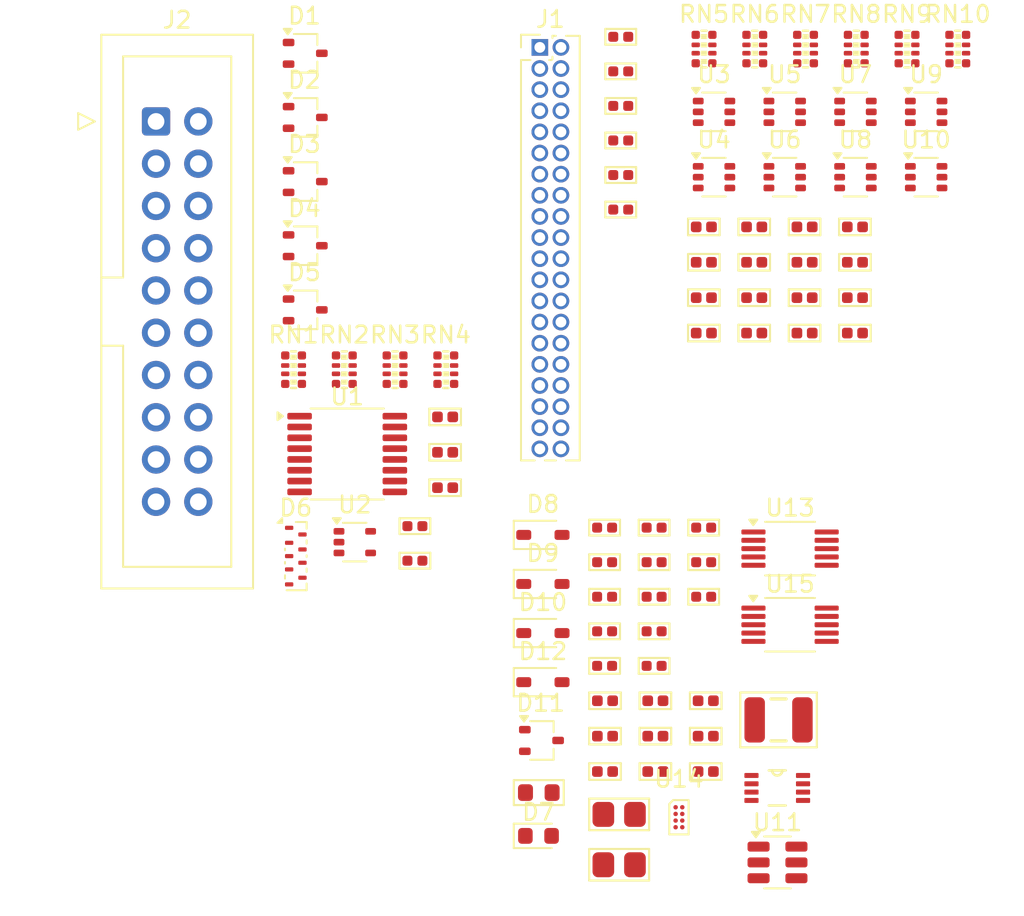
<source format=kicad_pcb>
(kicad_pcb (version 20241229) (generator "pcbnew") (generator_version "9.0")
  (layers (0 "F.Cu" signal) (2 "B.Cu" signal) (13 "F.Paste" user) (15 "B.Paste" user) (5 "F.SilkS" user "F.Silkscreen") (7 "B.SilkS" user "B.Silkscreen") (1 "F.Mask" user) (3 "B.Mask" user) (25 "Edge.Cuts" user))
  (net 0 "")
  (net 1 "GND")
  (net 2 "+3V3")
  (net 3 "+VBUS")
  (net 4 "/IO_Buffer/VIO")
  (net 5 "/IO_Buffer/V_Set_VI_Mon/VIN_P_FLT")
  (net 6 "Net-(U13-Vin-)")
  (net 7 "Net-(U13-Vin+)")
  (net 8 "Net-(U11-OUT)")
  (net 9 "Net-(U14-VOUT)")
  (net 10 "/IO_Buffer/V_Set_VI_Mon/VSENSE_FLT")
  (net 11 "Net-(U15-Vin+)")
  (net 12 "Net-(U15-Vin-)")
  (net 13 "/IO_Buffer/P1")
  (net 14 "/IO_Buffer/P0")
  (net 15 "/IO_Buffer/VCLAMP")
  (net 16 "/IO_Buffer/P2")
  (net 17 "/IO_Buffer/P3")
  (net 18 "/IO_Buffer/P5")
  (net 19 "/IO_Buffer/P4")
  (net 20 "/IO_Buffer/P7")
  (net 21 "/IO_Buffer/P6")
  (net 23 "Net-(U2--)")
  (net 24 "/IO_Buffer/Z0")
  (net 25 "/IO_Buffer/Z1")
  (net 26 "/IO_Buffer/Z3")
  (net 27 "/IO_Buffer/Z6")
  (net 28 "/IO_Buffer/Z2")
  (net 29 "/IO_Buffer/Z7")
  (net 30 "/IO_Buffer/Z5")
  (net 31 "/IO_Buffer/Z4")
  (net 32 "Net-(D7-A)")
  (net 33 "/IO_Buffer/VIN_P")
  (net 34 "/IO_Buffer/VIN_N")
  (net 35 "/IO_Buffer/VSENSE")
  (net 36 "/~{ALERT}")
  (net 37 "Net-(U15-~{Alert})")
  (net 38 "/IO_Buffer/V_Set_VI_Mon/VIO_EN")
  (net 39 "/Q5")
  (net 40 "/Q0")
  (net 41 "/SCL")
  (net 42 "/PWR_MODE1")
  (net 43 "/DIR5")
  (net 44 "/DIR3")
  (net 45 "/Q1")
  (net 46 "/DIR0")
  (net 47 "/PWR_MODE0")
  (net 48 "/DIR1")
  (net 49 "/EN")
  (net 50 "/Q2")
  (net 51 "/DIR2")
  (net 52 "/SDA")
  (net 53 "/Q4")
  (net 54 "/Q7")
  (net 55 "/DIR4")
  (net 56 "/DIR7")
  (net 57 "/DIR6")
  (net 58 "/Q6")
  (net 59 "/Q3")
  (net 60 "Net-(U14-LX2)")
  (net 61 "Net-(U14-LX1)")
  (net 62 "Net-(U1-~{RESET})")
  (net 63 "Net-(U11-ILIM)")
  (net 64 "Net-(U12-2B)")
  (net 65 "Net-(U12-1B)")
  (net 66 "Net-(RN1-R4.1)")
  (net 67 "Net-(RN1-R3.1)")
  (net 68 "Net-(RN1-R1.1)")
  (net 69 "Net-(RN1-R2.1)")
  (net 70 "Net-(RN2-R1.1)")
  (net 71 "Net-(RN2-R4.1)")
  (net 72 "Net-(RN2-R3.1)")
  (net 73 "Net-(RN2-R2.1)")
  (net 74 "/IO_Buffer/Level_Shifting/X1")
  (net 75 "/IO_Buffer/Level_Shifting/X3")
  (net 76 "/IO_Buffer/Level_Shifting/X0")
  (net 77 "/IO_Buffer/Level_Shifting/X2")
  (net 78 "/IO_Buffer/Level_Shifting/X6")
  (net 79 "/IO_Buffer/Level_Shifting/X4")
  (net 80 "/IO_Buffer/Level_Shifting/X5")
  (net 81 "/IO_Buffer/Level_Shifting/X7")
  (net 82 "/IO_Buffer/Level_Shifting/Y2")
  (net 83 "/IO_Buffer/Level_Shifting/Y0")
  (net 84 "/IO_Buffer/Level_Shifting/Y3")
  (net 85 "/IO_Buffer/Level_Shifting/Y1")
  (net 86 "/IO_Buffer/Level_Shifting/Y5")
  (net 87 "/IO_Buffer/Level_Shifting/Y6")
  (net 88 "/IO_Buffer/Level_Shifting/Y7")
  (net 89 "/IO_Buffer/Level_Shifting/Y4")
  (footprint "glasgow_revD_io_wing:GEN_R_0402" (layer "F.Cu") (at 146.746 111.7325)
    (property "Reference" "R7" (hide yes))
    (property "Value" "470" (hide yes))
    (pad "1" smd roundrect (at -0.44999 0 90) (size 0.6 0.6) (layers "F.Cu" "F.Mask" "F.Paste") (net 5 "/IO_Buffer/V_Set_VI_Mon/VIN_P_FLT"))
    (pad "2" smd roundrect (at 0.45001 0 90) (size 0.6 0.6) (layers "F.Cu" "F.Mask" "F.Paste") (net 33 "/IO_Buffer/VIN_P"))
  )
  (footprint "glasgow_revD_io_wing:GEN_R_0402" (layer "F.Cu") (at 152.7 111.7325)
    (property "Reference" "R19" (hide yes))
    (property "Value" "2.2K" (hide yes))
    (pad "1" smd roundrect (at -0.44999 0 90) (size 0.6 0.6) (layers "F.Cu" "F.Mask" "F.Paste") (net 4 "/IO_Buffer/VIO"))
    (pad "2" smd roundrect (at 0.45001 0 90) (size 0.6 0.6) (layers "F.Cu" "F.Mask" "F.Paste") (net 1 "GND"))
  )
  (footprint "glasgow_revD_io_wing:SOT-323_SC-70" (layer "F.Cu") (at 128.7525 79.07)
    (property "Reference" "D1" (at -0.05 -2.25 0) (layer "F.SilkS"))
    (property "Value" "BAT54CW")
    (pad "1" smd roundrect (at -1 -0.65 270) (size 0.45 0.7) (layers "F.Cu" "F.Mask" "F.Paste") (net 13 "/IO_Buffer/P1"))
    (pad "2" smd roundrect (at -1 0.65 270) (size 0.45 0.7) (layers "F.Cu" "F.Mask" "F.Paste") (net 14 "/IO_Buffer/P0"))
    (pad "3" smd roundrect (at 1 0 270) (size 0.45 0.7) (layers "F.Cu" "F.Mask" "F.Paste") (net 15 "/IO_Buffer/VCLAMP"))
  )
  (footprint "glasgow_revD_io_wing:GEN_C_0402" (layer "F.Cu") (at 149.798 122.2375)
    (property "Reference" "C27" (hide yes))
    (property "Value" "1nF" (hide yes))
    (pad "1" smd roundrect (at -0.46 0 90) (size 0.64 0.64) (layers "F.Cu" "F.Mask" "F.Paste") (net 10 "/IO_Buffer/V_Set_VI_Mon/VSENSE_FLT"))
    (pad "2" smd roundrect (at 0.46 0 90) (size 0.64 0.64) (layers "F.Cu" "F.Mask" "F.Paste") (net 1 "GND"))
  )
  (footprint "glasgow_revD_io_wing:GEN_R_0402" (layer "F.Cu") (at 147.716 88.4635)
    (property "Reference" "R23" (hide yes))
    (property "Value" "10K" (hide yes))
    (pad "1" smd roundrect (at -0.44999 0 90) (size 0.6 0.6) (layers "F.Cu" "F.Mask" "F.Paste") (net 1 "GND"))
    (pad "2" smd roundrect (at 0.45001 0 90) (size 0.6 0.6) (layers "F.Cu" "F.Mask" "F.Paste") (net 49 "/EN"))
  )
  (footprint "glasgow_revD_io_wing:SOT-363_SC-70-6" (layer "F.Cu") (at 153.3225 82.59)
    (property "Reference" "U3" (at 0 -2.25 0) (layer "F.SilkS"))
    (property "Value" "74AXP1T45GWH")
    (pad "1" smd roundrect (at -0.95 -0.65) (size 0.65 0.4) (layers "F.Cu" "F.Mask" "F.Paste") (net 2 "+3V3"))
    (pad "2" smd roundrect (at -0.95 0) (size 0.65 0.4) (layers "F.Cu" "F.Mask" "F.Paste") (net 1 "GND"))
    (pad "3" smd roundrect (at -0.95 0.65) (size 0.65 0.4) (layers "F.Cu" "F.Mask" "F.Paste") (net 76 "/IO_Buffer/Level_Shifting/X0"))
    (pad "4" smd roundrect (at 0.95 0.65) (size 0.65 0.4) (layers "F.Cu" "F.Mask" "F.Paste") (net 83 "/IO_Buffer/Level_Shifting/Y0"))
    (pad "5" smd roundrect (at 0.95 0) (size 0.65 0.4) (layers "F.Cu" "F.Mask" "F.Paste") (net 46 "/DIR0"))
    (pad "6" smd roundrect (at 0.95 -0.65) (size 0.65 0.4) (layers "F.Cu" "F.Mask" "F.Paste") (net 4 "/IO_Buffer/VIO"))
  )
  (footprint "glasgow_revD_io_wing:GEN_R_0402" (layer "F.Cu") (at 152.7 109.6555)
    (property "Reference" "R18" (hide yes))
    (property "Value" "2.2K" (hide yes))
    (pad "1" smd roundrect (at -0.44999 0 90) (size 0.6 0.6) (layers "F.Cu" "F.Mask" "F.Paste") (net 4 "/IO_Buffer/VIO"))
    (pad "2" smd roundrect (at 0.45001 0 90) (size 0.6 0.6) (layers "F.Cu" "F.Mask" "F.Paste") (net 1 "GND"))
  )
  (footprint "glasgow_revD_io_wing:GEN_C_0402" (layer "F.Cu") (at 155.738 89.5035)
    (property "Reference" "C8" (hide yes))
    (property "Value" "1uF" (hide yes))
    (pad "1" smd roundrect (at -0.46 0 90) (size 0.64 0.64) (layers "F.Cu" "F.Mask" "F.Paste") (net 2 "+3V3"))
    (pad "2" smd roundrect (at 0.46 0 90) (size 0.64 0.64) (layers "F.Cu" "F.Mask" "F.Paste") (net 1 "GND"))
  )
  (footprint "glasgow_revD_io_wing:SOT-323_SC-70" (layer "F.Cu") (at 128.7525 82.925)
    (property "Reference" "D2" (at -0.05 -2.25 0) (layer "F.SilkS"))
    (property "Value" "BAT54CW")
    (pad "1" smd roundrect (at -1 -0.65 270) (size 0.45 0.7) (layers "F.Cu" "F.Mask" "F.Paste") (net 17 "/IO_Buffer/P3"))
    (pad "2" smd roundrect (at -1 0.65 270) (size 0.45 0.7) (layers "F.Cu" "F.Mask" "F.Paste") (net 16 "/IO_Buffer/P2"))
    (pad "3" smd roundrect (at 1 0 270) (size 0.45 0.7) (layers "F.Cu" "F.Mask" "F.Paste") (net 15 "/IO_Buffer/VCLAMP"))
  )
  (footprint "glasgow_revD_io_wing:GEN_C_0402" (layer "F.Cu") (at 152.711 91.6305)
    (property "Reference" "C5" (hide yes))
    (property "Value" "1uF" (hide yes))
    (pad "1" smd roundrect (at -0.46 0 90) (size 0.64 0.64) (layers "F.Cu" "F.Mask" "F.Paste") (net 4 "/IO_Buffer/VIO"))
    (pad "2" smd roundrect (at 0.46 0 90) (size 0.64 0.64) (layers "F.Cu" "F.Mask" "F.Paste") (net 1 "GND"))
  )
  (footprint "glasgow_revD_io_wing:GEN_R_0402" (layer "F.Cu") (at 149.723 109.6555)
    (property "Reference" "R12" (hide yes))
    (property "Value" "95.3k" (hide yes))
    (pad "1" smd roundrect (at -0.44999 0 90) (size 0.6 0.6) (layers "F.Cu" "F.Mask" "F.Paste") (net 1 "GND"))
    (pad "2" smd roundrect (at 0.45001 0 90) (size 0.6 0.6) (layers "F.Cu" "F.Mask" "F.Paste") (net 64 "Net-(U12-2B)"))
  )
  (footprint "glasgow_revD_io_wing:R_Array_Convex_4x0402" (layer "F.Cu") (at 131.1025 98.085)
    (property "Reference" "RN2" (at 0 -2.1 0) (layer "F.SilkS"))
    (property "Value" "4.7K")
    (pad "1" smd roundrect (at -0.5 -0.855) (size 0.5 0.49) (layers "F.Cu" "F.Mask" "F.Paste") (net 70 "Net-(RN2-R1.1)"))
    (pad "2" smd roundrect (at -0.5 -0.25) (size 0.5 0.28) (layers "F.Cu" "F.Mask" "F.Paste") (net 73 "Net-(RN2-R2.1)"))
    (pad "3" smd roundrect (at -0.5 0.25) (size 0.5 0.28) (layers "F.Cu" "F.Mask" "F.Paste") (net 72 "Net-(RN2-R3.1)"))
    (pad "4" smd roundrect (at -0.5 0.855) (size 0.5 0.49) (layers "F.Cu" "F.Mask" "F.Paste") (net 71 "Net-(RN2-R4.1)"))
    (pad "5" smd roundrect (at 0.5 0.855) (size 0.5 0.49) (layers "F.Cu" "F.Mask" "F.Paste") (net 20 "/IO_Buffer/P7"))
    (pad "6" smd roundrect (at 0.5 0.25) (size 0.5 0.28) (layers "F.Cu" "F.Mask" "F.Paste") (net 21 "/IO_Buffer/P6"))
    (pad "7" smd roundrect (at 0.5 -0.25) (size 0.5 0.28) (layers "F.Cu" "F.Mask" "F.Paste") (net 18 "/IO_Buffer/P5"))
    (pad "8" smd roundrect (at 0.5 -0.855) (size 0.5 0.49) (layers "F.Cu" "F.Mask" "F.Paste") (net 19 "/IO_Buffer/P4"))
  )
  (footprint "glasgow_revD_io_wing:GEN_C_0402" (layer "F.Cu") (at 137.161 103.0505)
    (property "Reference" "C2" (hide yes))
    (property "Value" "1uF" (hide yes))
    (pad "1" smd roundrect (at -0.46 0 90) (size 0.64 0.64) (layers "F.Cu" "F.Mask" "F.Paste") (net 3 "+VBUS"))
    (pad "2" smd roundrect (at 0.46 0 90) (size 0.64 0.64) (layers "F.Cu" "F.Mask" "F.Paste") (net 1 "GND"))
  )
  (footprint "glasgow_revD_io_wing:IDC-Header_2x10_P2.54mm_Vertical" (layer "F.Cu") (at 119.7875 83.165)
    (property "Reference" "J2" (at 1.27 -6.1 0) (layer "F.SilkS"))
    (property "Value" "CONN 2.54mm 2x10 Pin TH")
    (pad "1" thru_hole roundrect (at 0 0) (size 1.7 1.7) (drill 1) (layers "*.Cu" "*.Mask") (roundrect_rratio 0.147059) (net 35 "/IO_Buffer/VSENSE"))
    (pad "2" thru_hole circle (at 2.54 0) (size 1.7 1.7) (drill 1) (layers "*.Cu" "*.Mask") (net 4 "/IO_Buffer/VIO"))
    (pad "3" thru_hole circle (at 0 2.54) (size 1.7 1.7) (drill 1) (layers "*.Cu" "*.Mask") (net 24 "/IO_Buffer/Z0"))
    (pad "4" thru_hole circle (at 2.54 2.54) (size 1.7 1.7) (drill 1) (layers "*.Cu" "*.Mask") (net 1 "GND"))
    (pad "5" thru_hole circle (at 0 5.08) (size 1.7 1.7) (drill 1) (layers "*.Cu" "*.Mask") (net 25 "/IO_Buffer/Z1"))
    (pad "6" thru_hole circle (at 2.54 5.08) (size 1.7 1.7) (drill 1) (layers "*.Cu" "*.Mask") (net 1 "GND"))
    (pad "7" thru_hole circle (at 0 7.62) (size 1.7 1.7) (drill 1) (layers "*.Cu" "*.Mask") (net 28 "/IO_Buffer/Z2"))
    (pad "8" thru_hole circle (at 2.54 7.62) (size 1.7 1.7) (drill 1) (layers "*.Cu" "*.Mask") (net 1 "GND"))
    (pad "9" thru_hole circle (at 0 10.16) (size 1.7 1.7) (drill 1) (layers "*.Cu" "*.Mask") (net 26 "/IO_Buffer/Z3"))
    (pad "10" thru_hole circle (at 2.54 10.16) (size 1.7 1.7) (drill 1) (layers "*.Cu" "*.Mask") (net 1 "GND"))
    (pad "11" thru_hole circle (at 0 12.7) (size 1.7 1.7) (drill 1) (layers "*.Cu" "*.Mask") (net 31 "/IO_Buffer/Z4"))
    (pad "12" thru_hole circle (at 2.54 12.7) (size 1.7 1.7) (drill 1) (layers "*.Cu" "*.Mask") (net 1 "GND"))
    (pad "13" thru_hole circle (at 0 15.24) (size 1.7 1.7) (drill 1) (layers "*.Cu" "*.Mask") (net 30 "/IO_Buffer/Z5"))
    (pad "14" thru_hole circle (at 2.54 15.24) (size 1.7 1.7) (drill 1) (layers "*.Cu" "*.Mask") (net 1 "GND"))
    (pad "15" thru_hole circle (at 0 17.78) (size 1.7 1.7) (drill 1) (layers "*.Cu" "*.Mask") (net 27 "/IO_Buffer/Z6"))
    (pad "16" thru_hole circle (at 2.54 17.78) (size 1.7 1.7) (drill 1) (layers "*.Cu" "*.Mask") (net 1 "GND"))
    (pad "17" thru_hole circle (at 0 20.32) (size 1.7 1.7) (drill 1) (layers "*.Cu" "*.Mask") (net 29 "/IO_Buffer/Z7"))
    (pad "18" thru_hole circle (at 2.54 20.32) (size 1.7 1.7) (drill 1) (layers "*.Cu" "*.Mask") (net 1 "GND"))
    (pad "19" thru_hole circle (at 0 22.86) (size 1.7 1.7) (drill 1) (layers "*.Cu" "*.Mask") (net 33 "/IO_Buffer/VIN_P"))
    (pad "20" thru_hole circle (at 2.54 22.86) (size 1.7 1.7) (drill 1) (layers "*.Cu" "*.Mask") (net 34 "/IO_Buffer/VIN_N"))
  )
  (footprint "glasgow_revD_io_wing:GEN_R_0402" (layer "F.Cu") (at 149.723 107.5785)
    (property "Reference" "R10" (hide yes))
    (property "Value" "4.7K" (hide yes))
    (pad "1" smd roundrect (at -0.44999 0 90) (size 0.6 0.6) (layers "F.Cu" "F.Mask" "F.Paste") (net 6 "Net-(U13-Vin-)"))
    (pad "2" smd roundrect (at 0.45001 0 90) (size 0.6 0.6) (layers "F.Cu" "F.Mask" "F.Paste") (net 34 "/IO_Buffer/VIN_N"))
  )
  (footprint "glasgow_revD_io_wing:GEN_R_0402" (layer "F.Cu") (at 147.716 82.2325)
    (property "Reference" "R20" (hide yes))
    (property "Value" "10K" (hide yes))
    (pad "1" smd roundrect (at -0.44999 0 90) (size 0.6 0.6) (layers "F.Cu" "F.Mask" "F.Paste") (net 1 "GND"))
    (pad "2" smd roundrect (at 0.45001 0 90) (size 0.6 0.6) (layers "F.Cu" "F.Mask" "F.Paste") (net 42 "/PWR_MODE1"))
  )
  (footprint "glasgow_revD_io_wing:GEN_R_0402" (layer "F.Cu") (at 147.716 78.0785)
    (property "Reference" "R1" (hide yes))
    (property "Value" "2.2K" (hide yes))
    (pad "1" smd roundrect (at -0.44999 0 90) (size 0.6 0.6) (layers "F.Cu" "F.Mask" "F.Paste") (net 2 "+3V3"))
    (pad "2" smd roundrect (at 0.45001 0 90) (size 0.6 0.6) (layers "F.Cu" "F.Mask" "F.Paste") (net 52 "/SDA"))
  )
  (footprint "glasgow_revD_io_wing:GEN_R_0402" (layer "F.Cu") (at 146.746 107.5785)
    (property "Reference" "R5" (hide yes))
    (property "Value" "10K" (hide yes))
    (pad "1" smd roundrect (at -0.44999 0 90) (size 0.6 0.6) (layers "F.Cu" "F.Mask" "F.Paste") (net 38 "/IO_Buffer/V_Set_VI_Mon/VIO_EN"))
    (pad "2" smd roundrect (at 0.45001 0 90) (size 0.6 0.6) (layers "F.Cu" "F.Mask" "F.Paste") (net 49 "/EN"))
  )
  (footprint "glasgow_revD_io_wing:TSSOP-16_4.4x5mm_P0.65mm" (layer "F.Cu") (at 131.2775 103.155)
    (property "Reference" "U1" (at 0 -3.45 0) (layer "F.SilkS"))
    (property "Value" "PCA6408APW")
    (pad "1" smd roundrect (at -2.8625 -2.275) (size 1.475 0.4) (layers "F.Cu" "F.Mask" "F.Paste") (net 2 "+3V3"))
    (pad "2" smd roundrect (at -2.8625 -1.625) (size 1.475 0.4) (layers "F.Cu" "F.Mask" "F.Paste") (net 1 "GND"))
    (pad "3" smd roundrect (at -2.8625 -0.975) (size 1.475 0.4) (layers "F.Cu" "F.Mask" "F.Paste") (net 62 "Net-(U1-~{RESET})"))
    (pad "4" smd roundrect (at -2.8625 -0.325) (size 1.475 0.4) (layers "F.Cu" "F.Mask" "F.Paste") (net 68 "Net-(RN1-R1.1)"))
    (pad "5" smd roundrect (at -2.8625 0.325) (size 1.475 0.4) (layers "F.Cu" "F.Mask" "F.Paste") (net 69 "Net-(RN1-R2.1)"))
    (pad "6" smd roundrect (at -2.8625 0.975) (size 1.475 0.4) (layers "F.Cu" "F.Mask" "F.Paste") (net 67 "Net-(RN1-R3.1)"))
    (pad "7" smd roundrect (at -2.8625 1.625) (size 1.475 0.4) (layers "F.Cu" "F.Mask" "F.Paste") (net 66 "Net-(RN1-R4.1)"))
    (pad "8" smd roundrect (at -2.8625 2.275) (size 1.475 0.4) (layers "F.Cu" "F.Mask" "F.Paste") (net 1 "GND"))
    (pad "9" smd roundrect (at 2.8625 2.275) (size 1.475 0.4) (layers "F.Cu" "F.Mask" "F.Paste") (net 70 "Net-(RN2-R1.1)"))
    (pad "10" smd roundrect (at 2.8625 1.625) (size 1.475 0.4) (layers "F.Cu" "F.Mask" "F.Paste") (net 73 "Net-(RN2-R2.1)"))
    (pad "11" smd roundrect (at 2.8625 0.975) (size 1.475 0.4) (layers "F.Cu" "F.Mask" "F.Paste") (net 72 "Net-(RN2-R3.1)"))
    (pad "12" smd roundrect (at 2.8625 0.325) (size 1.475 0.4) (layers "F.Cu" "F.Mask" "F.Paste") (net 71 "Net-(RN2-R4.1)"))
    (pad "13" smd roundrect (at 2.8625 -0.325) (size 1.475 0.4) (layers "F.Cu" "F.Mask" "F.Paste"))
    (pad "14" smd roundrect (at 2.8625 -0.975) (size 1.475 0.4) (layers "F.Cu" "F.Mask" "F.Paste") (net 41 "/SCL"))
    (pad "15" smd roundrect (at 2.8625 -1.625) (size 1.475 0.4) (layers "F.Cu" "F.Mask" "F.Paste") (net 52 "/SDA"))
    (pad "16" smd roundrect (at 2.8625 -2.275) (size 1.475 0.4) (layers "F.Cu" "F.Mask" "F.Paste") (net 3 "+VBUS"))
  )
  (footprint "glasgow_revD_io_wing:GEN_C_0402" (layer "F.Cu") (at 158.765 89.5035)
    (property "Reference" "C12" (hide yes))
    (property "Value" "1uF" (hide yes))
    (pad "1" smd roundrect (at -0.46 0 90) (size 0.64 0.64) (layers "F.Cu" "F.Mask" "F.Paste") (net 2 "+3V3"))
    (pad "2" smd roundrect (at 0.46 0 90) (size 0.64 0.64) (layers "F.Cu" "F.Mask" "F.Paste") (net 1 "GND"))
  )
  (footprint "glasgow_revD_io_wing:GEN_C_0402" (layer "F.Cu") (at 152.711 89.5035)
    (property "Reference" "C4" (hide yes))
    (property "Value" "1uF" (hide yes))
    (pad "1" smd roundrect (at -0.46 0 90) (size 0.64 0.64) (layers "F.Cu" "F.Mask" "F.Paste") (net 2 "+3V3"))
    (pad "2" smd roundrect (at 0.46 0 90) (size 0.64 0.64) (layers "F.Cu" "F.Mask" "F.Paste") (net 1 "GND"))
  )
  (footprint "glasgow_revD_io_wing:GEN_C_0402" (layer "F.Cu") (at 158.765 93.7575)
    (property "Reference" "C14" (hide yes))
    (property "Value" "1uF" (hide yes))
    (pad "1" smd roundrect (at -0.46 0 90) (size 0.64 0.64) (layers "F.Cu" "F.Mask" "F.Paste") (net 2 "+3V3"))
    (pad "2" smd roundrect (at 0.46 0 90) (size 0.64 0.64) (layers "F.Cu" "F.Mask" "F.Paste") (net 1 "GND"))
  )
  (footprint "glasgow_revD_io_wing:GEN_C_0402" (layer "F.Cu") (at 152.825 120.1105)
    (property "Reference" "C29" (hide yes))
    (property "Value" "1uF" (hide yes))
    (pad "1" smd roundrect (at -0.46 0 90) (size 0.64 0.64) (layers "F.Cu" "F.Mask" "F.Paste") (net 4 "/IO_Buffer/VIO"))
    (pad "2" smd roundrect (at 0.46 0 90) (size 0.64 0.64) (layers "F.Cu" "F.Mask" "F.Paste") (net 1 "GND"))
  )
  (footprint "glasgow_revD_io_wing:VSSOP-10_3x3mm_P0.5mm" (layer "F.Cu") (at 157.8925 113.415)
    (property "Reference" "U15" (at 0 -2.45 0) (layer "F.SilkS"))
    (property "Value" "INA233")
    (pad "1" smd roundrect (at -2.2 -1) (size 1.45 0.3) (layers "F.Cu" "F.Mask" "F.Paste") (net 1 "GND"))
    (pad "2" smd roundrect (at -2.2 -0.5) (size 1.45 0.3) (layers "F.Cu" "F.Mask" "F.Paste") (net 1 "GND"))
    (pad "3" smd roundrect (at -2.2 0) (size 1.45 0.3) (layers "F.Cu" "F.Mask" "F.Paste") (net 37 "Net-(U15-~{Alert})"))
    (pad "4" smd roundrect (at -2.2 0.5) (size 1.45 0.3) (layers "F.Cu" "F.Mask" "F.Paste") (net 41 "/SCL"))
    (pad "5" smd roundrect (at -2.2 1) (size 1.45 0.3) (layers "F.Cu" "F.Mask" "F.Paste") (net 52 "/SDA"))
    (pad "6" smd roundrect (at 2.2 1) (size 1.45 0.3) (layers "F.Cu" "F.Mask" "F.Paste") (net 2 "+3V3"))
    (pad "7" smd roundrect (at 2.2 0.5) (size 1.45 0.3) (layers "F.Cu" "F.Mask" "F.Paste") (net 1 "GND"))
    (pad "8" smd roundrect (at 2.2 0) (size 1.45 0.3) (layers "F.Cu" "F.Mask" "F.Paste") (net 10 "/IO_Buffer/V_Set_VI_Mon/VSENSE_FLT"))
    (pad "9" smd roundrect (at 2.2 -0.5) (size 1.45 0.3) (layers "F.Cu" "F.Mask" "F.Paste") (net 12 "Net-(U15-Vin-)"))
    (pad "10" smd roundrect (at 2.2 -1) (size 1.45 0.3) (layers "F.Cu" "F.Mask" "F.Paste") (net 11 "Net-(U15-Vin+)"))
  )
  (footprint "glasgow_revD_io_wing:GEN_R_0402" (layer "F.Cu") (at 146.746 109.6555)
    (property "Reference" "R6" (hide yes))
    (property "Value" "20k" (hide yes))
    (pad "1" smd roundrect (at -0.44999 0 90) (size 0.6 0.6) (layers "F.Cu" "F.Mask" "F.Paste") (net 38 "/IO_Buffer/V_Set_VI_Mon/VIO_EN"))
    (pad "2" smd roundrect (at 0.45001 0 90) (size 0.6 0.6) (layers "F.Cu" "F.Mask" "F.Paste") (net 32 "Net-(D7-A)"))
  )
  (footprint "glasgow_revD_io_wing:GEN_C_0402" (layer "F.Cu") (at 152.711 93.7575)
    (property "Reference" "C6" (hide yes))
    (property "Value" "1uF" (hide yes))
    (pad "1" smd roundrect (at -0.46 0 90) (size 0.64 0.64) (layers "F.Cu" "F.Mask" "F.Paste") (net 2 "+3V3"))
    (pad "2" smd roundrect (at 0.46 0 90) (size 0.64 0.64) (layers "F.Cu" "F.Mask" "F.Paste") (net 1 "GND"))
  )
  (footprint "glasgow_revD_io_wing:GEN_R_0402" (layer "F.Cu") (at 149.723 111.7325)
    (property "Reference" "R13" (hide yes))
    (property "Value" "69.8k" (hide yes))
    (pad "1" smd roundrect (at -0.44999 0 90) (size 0.6 0.6) (layers "F.Cu" "F.Mask" "F.Paste") (net 65 "Net-(U12-1B)"))
    (pad "2" smd roundrect (at 0.45001 0 90) (size 0.6 0.6) (layers "F.Cu" "F.Mask" "F.Paste") (net 1 "GND"))
  )
  (footprint "glasgow_revD_io_wing:R_Array_Convex_4x0402" (layer "F.Cu") (at 161.8725 78.815)
    (property "Reference" "RN8" (at 0 -2.1 0) (layer "F.SilkS"))
    (property "Value" "4.7K")
    (pad "1" smd roundrect (at -0.5 -0.855) (size 0.5 0.49) (layers "F.Cu" "F.Mask" "F.Paste") (net 55 "/DIR4"))
    (pad "2" smd roundrect (at -0.5 -0.25) (size 0.5 0.28) (layers "F.Cu" "F.Mask" "F.Paste") (net 43 "/DIR5"))
    (pad "3" smd roundrect (at -0.5 0.25) (size 0.5 0.28) (layers "F.Cu" "F.Mask" "F.Paste") (net 57 "/DIR6"))
    (pad "4" smd roundrect (at -0.5 0.855) (size 0.5 0.49) (layers "F.Cu" "F.Mask" "F.Paste") (net 56 "/DIR7"))
    (pad "5" smd roundrect (at 0.5 0.855) (size 0.5 0.49) (layers "F.Cu" "F.Mask" "F.Paste") (net 1 "GND"))
    (pad "6" smd roundrect (at 0.5 0.25) (size 0.5 0.28) (layers "F.Cu" "F.Mask" "F.Paste") (net 1 "GND"))
    (pad "7" smd roundrect (at 0.5 -0.25) (size 0.5 0.28) (layers "F.Cu" "F.Mask" "F.Paste") (net 1 "GND"))
    (pad "8" smd roundrect (at 0.5 -0.855) (size 0.5 0.49) (layers "F.Cu" "F.Mask" "F.Paste") (net 1 "GND"))
  )
  (footprint "glasgow_revD_io_wing:GEN_R_0402" (layer "F.Cu") (at 149.723 113.8095)
    (property "Reference" "R14" (hide yes))
    (property "Value" "470" (hide yes))
    (pad "1" smd roundrect (at -0.44999 0 90) (size 0.6 0.6) (layers "F.Cu" "F.Mask" "F.Paste") (net 10 "/IO_Buffer/V_Set_VI_Mon/VSENSE_FLT"))
    (pad "2" smd roundrect (at 0.45001 0 90) (size 0.6 0.6) (layers "F.Cu" "F.Mask" "F.Paste") (net 35 "/IO_Buffer/VSENSE"))
  )
  (footprint "glasgow_revD_io_wing:GEN_C_0402" (layer "F.Cu") (at 149.798 117.9835)
    (property "Reference" "C24" (hide yes))
    (property "Value" "1uF" (hide yes))
    (pad "1" smd roundrect (at -0.46 0 90) (size 0.64 0.64) (layers "F.Cu" "F.Mask" "F.Paste") (net 2 "+3V3"))
    (pad "2" smd roundrect (at 0.46 0 90) (size 0.64 0.64) (layers "F.Cu" "F.Mask" "F.Paste") (net 1 "GND"))
  )
  (footprint "glasgow_revD_io_wing:SOT-363_SC-70-6" (layer "F.Cu") (at 157.5725 82.59)
    (property "Reference" "U5" (at 0 -2.25 0) (layer "F.SilkS"))
    (property "Value" "74AXP1T45GWH")
    (pad "1" smd roundrect (at -0.95 -0.65) (size 0.65 0.4) (layers "F.Cu" "F.Mask" "F.Paste") (net 2 "+3V3"))
    (pad "2" smd roundrect (at -0.95 0) (size 0.65 0.4) (layers "F.Cu" "F.Mask" "F.Paste") (net 1 "GND"))
    (pad "3" smd roundrect (at -0.95 0.65) (size 0.65 0.4) (layers "F.Cu" "F.Mask" "F.Paste") (net 74 "/IO_Buffer/Level_Shifting/X1"))
    (pad "4" smd roundrect (at 0.95 0.65) (size 0.65 0.4) (layers "F.Cu" "F.Mask" "F.Paste") (net 85 "/IO_Buffer/Level_Shifting/Y1"))
    (pad "5" smd roundrect (at 0.95 0) (size 0.65 0.4) (layers "F.Cu" "F.Mask" "F.Paste") (net 48 "/DIR1"))
    (pad "6" smd roundrect (at 0.95 -0.65) (size 0.65 0.4) (layers "F.Cu" "F.Mask" "F.Paste") (net 4 "/IO_Buffer/VIO"))
  )
  (footprint "glasgow_revD_io_wing:Texas_DSBGA-8_0.9x1.9mm_Layout2x4_P0.5mm" (layer "F.Cu") (at 151.215 124.985)
    (property "Reference" "U14" (at 0 -2.3 0) (layer "F.SilkS"))
    (property "Value" "TPS631012YBGR")
    (pad "A1" smd circle (at -0.2 -0.6) (size 0.265 0.265) (property pad_prop_bga) (layers "F.Cu" "F.Mask" "F.Paste") (net 8 "Net-(U11-OUT)"))
    (pad "A2" smd circle (at 0.2 -0.6) (size 0.265 0.265) (property pad_prop_bga) (layers "F.Cu" "F.Mask" "F.Paste") (net 38 "/IO_Buffer/V_Set_VI_Mon/VIO_EN"))
    (pad "B1" smd circle (at -0.2 -0.2) (size 0.265 0.265) (property pad_prop_bga) (layers "F.Cu" "F.Mask" "F.Paste") (net 61 "Net-(U14-LX1)"))
    (pad "B2" smd circle (at 0.2 -0.2) (size 0.265 0.265) (property pad_prop_bga) (layers "F.Cu" "F.Mask" "F.Paste") (net 41 "/SCL"))
    (pad "C1" smd circle (at -0.2 0.2) (size 0.265 0.265) (property pad_prop_bga) (layers "F.Cu" "F.Mask" "F.Paste") (net 60 "Net-(U14-LX2)"))
    (pad "C2" smd circle (at 0.2 0.2) (size 0.265 0.265) (property pad_prop_bga) (layers "F.Cu" "F.Mask" "F.Paste") (net 1 "GND"))
    (pad "D1" smd circle (at -0.2 0.6) (size 0.265 0.265) (property pad_prop_bga) (layers "F.Cu" "F.Mask" "F.Paste") (net 9 "Net-(U14-VOUT)"))
    (pad "D2" smd circle (at 0.2 0.6) (size 0.265 0.265) (property pad_prop_bga) (layers "F.Cu" "F.Mask" "F.Paste") (net 52 "/SDA"))
  )
  (footprint "glasgow_revD_io_wing:GEN_R_0402" (layer "F.Cu") (at 147.716 80.1555)
    (property "Reference" "R2" (hide yes))
    (property "Value" "2.2K" (hide yes))
    (pad "1" smd roundrect (at -0.44999 0 90) (size 0.6 0.6) (layers "F.Cu" "F.Mask" "F.Paste") (net 2 "+3V3"))
    (pad "2" smd roundrect (at 0.45001 0 90) (size 0.6 0.6) (layers "F.Cu" "F.Mask" "F.Paste") (net 41 "/SCL"))
  )
  (footprint "glasgow_revD_io_wing:PinHeader_2x20_P1.27mm_Vertical" (layer "F.Cu") (at 142.8525 78.715)
    (property "Reference" "J1" (at 0.635 -1.695 0) (layer "F.SilkS"))
    (property "Value" "CONN 1.27mm 2x20 Pin TH")
    (pad "1" thru_hole rect (at 0 0) (size 1 1) (drill 0.65) (layers "*.Cu" "*.Mask") (net 1 "GND"))
    (pad "2" thru_hole oval (at 1.27 0) (size 1 1) (drill 0.65) (layers "*.Cu" "*.Mask") (net 1 "GND"))
    (pad "3" thru_hole oval (at 0 1.27) (size 1 1) (drill 0.65) (layers "*.Cu" "*.Mask") (net 1 "GND"))
    (pad "4" thru_hole oval (at 1.27 1.27) (size 1 1) (drill 0.65) (layers "*.Cu" "*.Mask") (net 2 "+3V3"))
    (pad "5" thru_hole oval (at 0 2.54) (size 1 1) (drill 0.65) (layers "*.Cu" "*.Mask") (net 2 "+3V3"))
    (pad "6" thru_hole oval (at 1.27 2.54) (size 1 1) (drill 0.65) (layers "*.Cu" "*.Mask") (net 2 "+3V3"))
    (pad "7" thru_hole oval (at 0 3.81) (size 1 1) (drill 0.65) (layers "*.Cu" "*.Mask") (net 1 "GND"))
    (pad "8" thru_hole oval (at 1.27 3.81) (size 1 1) (drill 0.65) (layers "*.Cu" "*.Mask") (net 52 "/SDA"))
    (pad "9" thru_hole oval (at 0 5.08) (size 1 1) (drill 0.65) (layers "*.Cu" "*.Mask") (net 47 "/PWR_MODE0"))
    (pad "10" thru_hole oval (at 1.27 5.08) (size 1 1) (drill 0.65) (layers "*.Cu" "*.Mask") (net 56 "/DIR7"))
    (pad "11" thru_hole oval (at 0 6.35) (size 1 1) (drill 0.65) (layers "*.Cu" "*.Mask") (net 1 "GND"))
    (pad "12" thru_hole oval (at 1.27 6.35) (size 1 1) (drill 0.65) (layers "*.Cu" "*.Mask") (net 57 "/DIR6"))
    (pad "13" thru_hole oval (at 0 7.62) (size 1 1) (drill 0.65) (layers "*.Cu" "*.Mask") (net 43 "/DIR5"))
    (pad "14" thru_hole oval (at 1.27 7.62) (size 1 1) (drill 0.65) (layers "*.Cu" "*.Mask") (net 55 "/DIR4"))
    (pad "15" thru_hole oval (at 0 8.89) (size 1 1) (drill 0.65) (layers "*.Cu" "*.Mask") (net 1 "GND"))
    (pad "16" thru_hole oval (at 1.27 8.89) (size 1 1) (drill 0.65) (layers "*.Cu" "*.Mask") (net 44 "/DIR3"))
    (pad "17" thru_hole oval (at 0 10.16) (size 1 1) (drill 0.65) (layers "*.Cu" "*.Mask") (net 51 "/DIR2"))
    (pad "18" thru_hole oval (at 1.27 10.16) (size 1 1) (drill 0.65) (layers "*.Cu" "*.Mask") (net 48 "/DIR1"))
    (pad "19" thru_hole oval (at 0 11.43) (size 1 1) (drill 0.65) (layers "*.Cu" "*.Mask") (net 1 "GND"))
    (pad "20" thru_hole oval (at 1.27 11.43) (size 1 1) (drill 0.65) (layers "*.Cu" "*.Mask") (net 46 "/DIR0"))
    (pad "21" thru_hole oval (at 0 12.7) (size 1 1) (drill 0.65) (layers "*.Cu" "*.Mask") (net 40 "/Q0"))
    (pad "22" thru_hole oval (at 1.27 12.7) (size 1 1) (drill 0.65) (layers "*.Cu" "*.Mask") (net 45 "/Q1"))
    (pad "23" thru_hole oval (at 0 13.97) (size 1 1) (drill 0.65) (layers "*.Cu" "*.Mask") (net 50 "/Q2"))
    (pad "24" thru_hole oval (at 1.27 13.97) (size 1 1) (drill 0.65) (layers "*.Cu" "*.Mask") (net 1 "GND"))
    (pad "25" thru_hole oval (at 0 15.24) (size 1 1) (drill 0.65) (layers "*.Cu" "*.Mask") (net 59 "/Q3"))
    (pad "26" thru_hole oval (at 1.27 15.24) (size 1 1) (drill 0.65) (layers "*.Cu" "*.Mask") (net 53 "/Q4"))
    (pad "27" thru_hole oval (at 0 16.51) (size 1 1) (drill 0.65) (layers "*.Cu" "*.Mask") (net 39 "/Q5"))
    (pad "28" thru_hole oval (at 1.27 16.51) (size 1 1) (drill 0.65) (layers "*.Cu" "*.Mask") (net 1 "GND"))
    (pad "29" thru_hole oval (at 0 17.78) (size 1 1) (drill 0.65) (layers "*.Cu" "*.Mask") (net 58 "/Q6"))
    (pad "30" thru_hole oval (at 1.27 17.78) (size 1 1) (drill 0.65) (layers "*.Cu" "*.Mask") (net 54 "/Q7"))
    (pad "31" thru_hole oval (at 0 19.05) (size 1 1) (drill 0.65) (layers "*.Cu" "*.Mask") (net 42 "/PWR_MODE1"))
    (pad "32" thru_hole oval (at 1.27 19.05) (size 1 1) (drill 0.65) (layers "*.Cu" "*.Mask") (net 1 "GND"))
    (pad "33" thru_hole oval (at 0 20.32) (size 1 1) (drill 0.65) (layers "*.Cu" "*.Mask") (net 41 "/SCL"))
    (pad "34" thru_hole oval (at 1.27 20.32) (size 1 1) (drill 0.65) (layers "*.Cu" "*.Mask") (net 36 "/~{ALERT}"))
    (pad "35" thru_hole oval (at 0 21.59) (size 1 1) (drill 0.65) (layers "*.Cu" "*.Mask") (net 49 "/EN"))
    (pad "36" thru_hole oval (at 1.27 21.59) (size 1 1) (drill 0.65) (layers "*.Cu" "*.Mask") (net 1 "GND"))
    (pad "37" thru_hole oval (at 0 22.86) (size 1 1) (drill 0.65) (layers "*.Cu" "*.Mask") (net 3 "+VBUS"))
    (pad "38" thru_hole oval (at 1.27 22.86) (size 1 1) (drill 0.65) (layers "*.Cu" "*.Mask") (net 3 "+VBUS"))
    (pad "39" thru_hole oval (at 0 24.13) (size 1 1) (drill 0.65) (layers "*.Cu" "*.Mask") (net 3 "+VBUS"))
    (pad "40" thru_hole oval (at 1.27 24.13) (size 1 1) (drill 0.65) (layers "*.Cu" "*.Mask") (net 3 "+VBUS"))
  )
  (footprint "glasgow_revD_io_wing:SOT-323_SC-70" (layer "F.Cu") (at 128.7525 86.78)
    (property "Reference" "D3" (at -0.05 -2.25 0) (layer "F.SilkS"))
    (property "Value" "BAT54CW")
    (pad "1" smd roundrect (at -1 -0.65 270) (size 0.45 0.7) (layers "F.Cu" "F.Mask" "F.Paste") (net 18 "/IO_Buffer/P5"))
    (pad "2" smd roundrect (at -1 0.65 270) (size 0.45 0.7) (layers "F.Cu" "F.Mask" "F.Paste") (net 19 "/IO_Buffer/P4"))
    (pad "3" smd roundrect (at 1 0 270) (size 0.45 0.7) (layers "F.Cu" "F.Mask" "F.Paste") (net 15 "/IO_Buffer/VCLAMP"))
  )
  (footprint "glasgow_revD_io_wing:SOT-323_SC-70" (layer "F.Cu") (at 142.9525 120.37)
    (property "Reference" "D11" (at -0.05 -2.25 0) (layer "F.SilkS"))
    (property "Value" "BAT54CW")
    (pad "1" smd roundrect (at -1 -0.65 270) (size 0.45 0.7) (layers "F.Cu" "F.Mask" "F.Paste") (net 36 "/~{ALERT}"))
    (pad "2" smd roundrect (at -1 0.65 270) (size 0.45 0.7) (layers "F.Cu" "F.Mask" "F.Paste") (net 38 "/IO_Buffer/V_Set_VI_Mon/VIO_EN"))
    (pad "3" smd roundrect (at 1 0 270) (size 0.45 0.7) (layers "F.Cu" "F.Mask" "F.Paste") (net 37 "Net-(U15-~{Alert})"))
  )
  (footprint "glasgow_revD_io_wing:GEN_C_0402" (layer "F.Cu") (at 152.711 95.8845)
    (property "Reference" "C7" (hide yes))
    (property "Value" "1uF" (hide yes))
    (pad "1" smd roundrect (at -0.46 0 90) (size 0.64 0.64) (layers "F.Cu" "F.Mask" "F.Paste") (net 4 "/IO_Buffer/VIO"))
    (pad "2" smd roundrect (at 0.46 0 90) (size 0.64 0.64) (layers "F.Cu" "F.Mask" "F.Paste") (net 1 "GND"))
  )
  (footprint "glasgow_revD_io_wing:VSSOP-10_3x3mm_P0.5mm" (layer "F.Cu") (at 157.8925 108.84)
    (property "Reference" "U13" (at 0 -2.45 0) (layer "F.SilkS"))
    (property "Value" "INA233")
    (pad "1" smd roundrect (at -2.2 -1) (size 1.45 0.3) (layers "F.Cu" "F.Mask" "F.Paste") (net 1 "GND"))
    (pad "2" smd roundrect (at -2.2 -0.5) (size 1.45 0.3) (layers "F.Cu" "F.Mask" "F.Paste") (net 2 "+3V3"))
    (pad "3" smd roundrect (at -2.2 0) (size 1.45 0.3) (layers "F.Cu" "F.Mask" "F.Paste"))
    (pad "4" smd roundrect (at -2.2 0.5) (size 1.45 0.3) (layers "F.Cu" "F.Mask" "F.Paste") (net 41 "/SCL"))
    (pad "5" smd roundrect (at -2.2 1) (size 1.45 0.3) (layers "F.Cu" "F.Mask" "F.Paste") (net 52 "/SDA"))
    (pad "6" smd roundrect (at 2.2 1) (size 1.45 0.3) (layers "F.Cu" "F.Mask" "F.Paste") (net 2 "+3V3"))
    (pad "7" smd roundrect (at 2.2 0.5) (size 1.45 0.3) (layers "F.Cu" "F.Mask" "F.Paste") (net 1 "GND"))
    (pad "8" smd roundrect (at 2.2 0) (size 1.45 0.3) (layers "F.Cu" "F.Mask" "F.Paste") (net 5 "/IO_Buffer/V_Set_VI_Mon/VIN_P_FLT"))
    (pad "9" smd roundrect (at 2.2 -0.5) (size 1.45 0.3) (layers "F.Cu" "F.Mask" "F.Paste") (net 6 "Net-(U13-Vin-)"))
    (pad "10" smd roundrect (at 2.2 -1) (size 1.45 0.3) (layers "F.Cu" "F.Mask" "F.Paste") (net 7 "Net-(U13-Vin+)"))
  )
  (footprint "glasgow_revD_io_wing:SOT-23-6" (layer "F.Cu") (at 157.1375 127.7)
    (property "Reference" "U11" (at 0 -2.4 0) (layer "F.SilkS"))
    (property "Value" "TPS2553DBVR-1")
    (pad "1" smd roundrect (at -1.1375 -0.95) (size 1.325 0.6) (layers "F.Cu" "F.Mask" "F.Paste") (net 3 "+VBUS"))
    (pad "2" smd roundrect (at -1.1375 0) (size 1.325 0.6) (layers "F.Cu" "F.Mask" "F.Paste") (net 1 "GND"))
    (pad "3" smd roundrect (at -1.1375 0.95) (size 1.325 0.6) (layers "F.Cu" "F.Mask" "F.Paste") (net 38 "/IO_Buffer/V_Set_VI_Mon/VIO_EN"))
    (pad "4" smd roundrect (at 1.1375 0.95) (size 1.325 0.6) (layers "F.Cu" "F.Mask" "F.Paste") (net 36 "/~{ALERT}"))
    (pad "5" smd roundrect (at 1.1375 0) (size 1.325 0.6) (layers "F.Cu" "F.Mask" "F.Paste") (net 63 "Net-(U11-ILIM)"))
    (pad "6" smd roundrect (at 1.1375 -0.95) (size 1.325 0.6) (layers "F.Cu" "F.Mask" "F.Paste") (net 8 "Net-(U11-OUT)"))
  )
  (footprint "glasgow_revD_io_wing:R_Array_Convex_4x0402" (layer "F.Cu") (at 137.2025 98.085)
    (property "Reference" "RN4" (at 0 -2.1 0) (layer "F.SilkS"))
    (property "Value" "4.7K")
    (pad "1" smd roundrect (at -0.5 -0.855) (size 0.5 0.49) (layers "F.Cu" "F.Mask" "F.Paste") (net 29 "/IO_Buffer/Z7"))
    (pad "2" smd roundrect (at -0.5 -0.25) (size 0.5 0.28) (layers "F.Cu" "F.Mask" "F.Paste") (net 27 "/IO_Buffer/Z6"))
    (pad "3" smd roundrect (at -0.5 0.25) (size 0.5 0.28) (layers "F.Cu" "F.Mask" "F.Paste") (net 30 "/IO_Buffer/Z5"))
    (pad "4" smd roundrect (at -0.5 0.855) (size 0.5 0.49) (layers "F.Cu" "F.Mask" "F.Paste") (net 31 "/IO_Buffer/Z4"))
    (pad "5" smd roundrect (at 0.5 0.855) (size 0.5 0.49) (layers "F.Cu" "F.Mask" "F.Paste") (net 19 "/IO_Buffer/P4"))
    (pad "6" smd roundrect (at 0.5 0.25) (size 0.5 0.28) (layers "F.Cu" "F.Mask" "F.Paste") (net 18 "/IO_Buffer/P5"))
    (pad "7" smd roundrect (at 0.5 -0.25) (size 0.5 0.28) (layers "F.Cu" "F.Mask" "F.Paste") (net 21 "/IO_Buffer/P6"))
    (pad "8" smd roundrect (at 0.5 -0.855) (size 0.5 0.49) (layers "F.Cu" "F.Mask" "F.Paste") (net 20 "/IO_Buffer/P7"))
  )
  (footprint "glasgow_revD_io_wing:SOT-363_SC-70-6" (layer "F.Cu") (at 153.3225 86.515)
    (property "Reference" "U4" (at 0 -2.25 0) (layer "F.SilkS"))
    (property "Value" "74AXP1T45GWH")
    (pad "1" smd roundrect (at -0.95 -0.65) (size 0.65 0.4) (layers "F.Cu" "F.Mask" "F.Paste") (net 2 "+3V3"))
    (pad "2" smd roundrect (at -0.95 0) (size 0.65 0.4) (layers "F.Cu" "F.Mask" "F.Paste") (net 1 "GND"))
    (pad "3" smd roundrect (at -0.95 0.65) (size 0.65 0.4) (layers "F.Cu" "F.Mask" "F.Paste") (net 79 "/IO_Buffer/Level_Shifting/X4"))
    (pad "4" smd roundrect (at 0.95 0.65) (size 0.65 0.4) (layers "F.Cu" "F.Mask" "F.Paste") (net 89 "/IO_Buffer/Level_Shifting/Y4"))
    (pad "5" smd roundrect (at 0.95 0) (size 0.65 0.4) (layers "F.Cu" "F.Mask" "F.Paste") (net 55 "/DIR4"))
    (pad "6" smd roundrect (at 0.95 -0.65) (size 0.65 0.4) (layers "F.Cu" "F.Mask" "F.Paste") (net 4 "/IO_Buffer/VIO"))
  )
  (footprint "glasgow_revD_io_wing:SOT-363_SC-70-6" (layer "F.Cu") (at 166.0725 82.59)
    (property "Reference" "U9" (at 0 -2.25 0) (layer "F.SilkS"))
    (property "Value" "74AXP1T45GWH")
    (pad "1" smd roundrect (at -0.95 -0.65) (size 0.65 0.4) (layers "F.Cu" "F.Mask" "F.Paste") (net 2 "+3V3"))
    (pad "2" smd roundrect (at -0.95 0) (size 0.65 0.4) (layers "F.Cu" "F.Mask" "F.Paste") (net 1 "GND"))
    (pad "3" smd roundrect (at -0.95 0.65) (size 0.65 0.4) (layers "F.Cu" "F.Mask" "F.Paste") (net 75 "/IO_Buffer/Level_Shifting/X3"))
    (pad "4" smd roundrect (at 0.95 0.65) (size 0.65 0.4) (layers "F.Cu" "F.Mask" "F.Paste") (net 84 "/IO_Buffer/Level_Shifting/Y3"))
    (pad "5" smd roundrect (at 0.95 0) (size 0.65 0.4) (layers "F.Cu" "F.Mask" "F.Paste") (net 44 "/DIR3"))
    (pad "6" smd roundrect (at 0.95 -0.65) (size 0.65 0.4) (layers "F.Cu" "F.Mask" "F.Paste") (net 4 "/IO_Buffer/VIO"))
  )
  (footprint "glasgow_revD_io_wing:D_SOD-323" (layer "F.Cu") (at 143.0375 116.865)
    (property "Reference" "D12" (at 0 -1.85 0) (layer "F.SilkS"))
    (property "Value" "ESD5Z5.0T1G")
    (pad "1" smd roundrect (at -1.15 0) (size 0.9 0.6) (layers "F.Cu" "F.Mask" "F.Paste") (net 4 "/IO_Buffer/VIO"))
    (pad "2" smd roundrect (at 1.15 0) (size 0.9 0.6) (layers "F.Cu" "F.Mask" "F.Paste") (net 1 "GND"))
  )
  (footprint "glasgow_revD_io_wing:GEN_R_0402" (layer "F.Cu") (at 146.746 113.8095)
    (property "Reference" "R8" (hide yes))
    (property "Value" "232k" (hide yes))
    (pad "1" smd roundrect (at -0.44999 0 90) (size 0.6 0.6) (layers "F.Cu" "F.Mask" "F.Paste") (net 63 "Net-(U11-ILIM)"))
    (pad "2" smd roundrect (at 0.45001 0 90) (size 0.6 0.6) (layers "F.Cu" "F.Mask" "F.Paste") (net 1 "GND"))
  )
  (footprint "glasgow_revD_io_wing:SOT-363_SC-70-6" (layer "F.Cu") (at 161.8225 82.59)
    (property "Reference" "U7" (at 0 -2.25 0) (layer "F.SilkS"))
    (property "Value" "74AXP1T45GWH")
    (pad "1" smd roundrect (at -0.95 -0.65) (size 0.65 0.4) (layers "F.Cu" "F.Mask" "F.Paste") (net 2 "+3V3"))
    (pad "2" smd roundrect (at -0.95 0) (size 0.65 0.4) (layers "F.Cu" "F.Mask" "F.Paste") (net 1 "GND"))
    (pad "3" smd roundrect (at -0.95 0.65) (size 0.65 0.4) (layers "F.Cu" "F.Mask" "F.Paste") (net 77 "/IO_Buffer/Level_Shifting/X2"))
    (pad "4" smd roundrect (at 0.95 0.65) (size 0.65 0.4) (layers "F.Cu" "F.Mask" "F.Paste") (net 82 "/IO_Buffer/Level_Shifting/Y2"))
    (pad "5" smd roundrect (at 0.95 0) (size 0.65 0.4) (layers "F.Cu" "F.Mask" "F.Paste") (net 51 "/DIR2"))
    (pad "6" smd roundrect (at 0.95 -0.65) (size 0.65 0.4) (layers "F.Cu" "F.Mask" "F.Paste") (net 4 "/IO_Buffer/VIO"))
  )
  (footprint "glasgow_revD_io_wing:D_SOD-323" (layer "F.Cu") (at 143.0375 113.915)
    (property "Reference" "D10" (at 0 -1.85 0) (layer "F.SilkS"))
    (property "Value" "CDSOD323-T36S")
    (pad "1" smd roundrect (at -1.15 0) (size 0.9 0.6) (layers "F.Cu" "F.Mask" "F.Paste") (net 35 "/IO_Buffer/VSENSE"))
    (pad "2" smd roundrect (at 1.15 0) (size 0.9 0.6) (layers "F.Cu" "F.Mask" "F.Paste") (net 1 "GND"))
  )
  (footprint "glasgow_revD_io_wing:GEN_C_0402" (layer "F.Cu") (at 155.738 95.8845)
    (property "Reference" "C11" (hide yes))
    (property "Value" "1uF" (hide yes))
    (pad "1" smd roundrect (at -0.46 0 90) (size 0.64 0.64) (layers "F.Cu" "F.Mask" "F.Paste") (net 4 "/IO_Buffer/VIO"))
    (pad "2" smd roundrect (at 0.46 0 90) (size 0.64 0.64) (layers "F.Cu" "F.Mask" "F.Paste") (net 1 "GND"))
  )
  (footprint "glasgow_revD_io_wing:Littelfuse_UDFN-9_1.0x3.8mm_P0.5mm" (layer "F.Cu") (at 128.1875 109.29)
    (property "Reference" "D6" (at 0 -2.9 0) (layer "F.SilkS"))
    (property "Value" "SC7538-08UTG")
    (pad "1" smd roundrect (at -0.4 -1.7) (size 0.5 0.25) (layers "F.Cu" "F.Mask" "F.Paste") (net 29 "/IO_Buffer/Z7"))
    (pad "2" smd roundrect (at -0.4 -0.8) (size 0.5 0.25) (layers "F.Cu" "F.Mask" "F.Paste") (net 27 "/IO_Buffer/Z6"))
    (pad "3" smd roundrect (at -0.4 0) (size 0.5 0.25) (layers "F.Cu" "F.Mask" "F.Paste") (net 1 "GND"))
    (pad "4" smd roundrect (at -0.4 0.8) (size 0.5 0.25) (layers "F.Cu" "F.Mask" "F.Paste") (net 30 "/IO_Buffer/Z5"))
    (pad "5" smd roundrect (at -0.4 1.7) (size 0.5 0.25) (layers "F.Cu" "F.Mask" "F.Paste") (net 31 "/IO_Buffer/Z4"))
    (pad "6" smd roundrect (at 0.4 1.3) (size 0.5 0.25) (layers "F.Cu" "F.Mask" "F.Paste") (net 26 "/IO_Buffer/Z3"))
    (pad "7" smd roundrect (at 0.4 0.4) (size 0.5 0.25) (layers "F.Cu" "F.Mask" "F.Paste") (net 28 "/IO_Buffer/Z2"))
    (pad "8" smd roundrect (at 0.4 -0.4) (size 0.5 0.25) (layers "F.Cu" "F.Mask" "F.Paste") (net 25 "/IO_Buffer/Z1"))
    (pad "9" smd roundrect (at 0.4 -1.3) (size 0.5 0.25) (layers "F.Cu" "F.Mask" "F.Paste") (net 24 "/IO_Buffer/Z0"))
  )
  (footprint "glasgow_revD_io_wing:R_Array_Convex_4x0402" (layer "F.Cu") (at 158.8225 78.815)
    (property "Reference" "RN7" (at 0 -2.1 0) (layer "F.SilkS"))
    (property "Value" "4.7K")
    (pad "1" smd roundrect (at -0.5 -0.855) (size 0.5 0.49) (layers "F.Cu" "F.Mask" "F.Paste") (net 46 "/DIR0"))
    (pad "2" smd roundrect (at -0.5 -0.25) (size 0.5 0.28) (layers "F.Cu" "F.Mask" "F.Paste") (net 48 "/DIR1"))
    (pad "3" smd roundrect (at -0.5 0.25) (size 0.5 0.28) (layers "F.Cu" "F.Mask" "F.Paste") (net 51 "/DIR2"))
    (pad "4" smd roundrect (at -0.5 0.855) (size 0.5 0.49) (layers "F.Cu" "F.Mask" "F.Paste") (net 44 "/DIR3"))
    (pad "5" smd roundrect (at 0.5 0.855) (size 0.5 0.49) (layers "F.Cu" "F.Mask" "F.Paste") (net 1 "GND"))
    (pad "6" smd roundrect (at 0.5 0.25) (size 0.5 0.28) (layers "F.Cu" "F.Mask" "F.Paste") (net 1 "GND"))
    (pad "7" smd roundrect (at 0.5 -0.25) (size 0.5 0.28) (layers "F.Cu" "F.Mask" "F.Paste") (net 1 "GND"))
    (pad "8" smd roundrect (at 0.5 -0.855) (size 0.5 0.49) (layers "F.Cu" "F.Mask" "F.Paste") (net 1 "GND"))
  )
  (footprint "glasgow_revD_io_wing:GEN_C_0402" (layer "F.Cu") (at 149.798 120.1105)
    (property "Reference" "C25" (hide yes))
    (property "Value" "1uF" (hide yes))
    (pad "1" smd roundrect (at -0.46 0 90) (size 0.64 0.64) (layers "F.Cu" "F.Mask" "F.Paste") (net 2 "+3V3"))
    (pad "2" smd roundrect (at 0.46 0 90) (size 0.64 0.64) (layers "F.Cu" "F.Mask" "F.Paste") (net 1 "GND"))
  )
  (footprint "glasgow_revD_io_wing:SOT-363_SC-70-6" (layer "F.Cu") (at 166.0725 86.515)
    (property "Reference" "U10" (at 0 -2.25 0) (layer "F.SilkS"))
    (property "Value" "74AXP1T45GWH")
    (pad "1" smd roundrect (at -0.95 -0.65) (size 0.65 0.4) (layers "F.Cu" "F.Mask" "F.Paste") (net 2 "+3V3"))
    (pad "2" smd roundrect (at -0.95 0) (size 0.65 0.4) (layers "F.Cu" "F.Mask" "F.Paste") (net 1 "GND"))
    (pad "3" smd roundrect (at -0.95 0.65) (size 0.65 0.4) (layers "F.Cu" "F.Mask" "F.Paste") (net 81 "/IO_Buffer/Level_Shifting/X7"))
    (pad "4" smd roundrect (at 0.95 0.65) (size 0.65 0.4) (layers "F.Cu" "F.Mask" "F.Paste") (net 88 "/IO_Buffer/Level_Shifting/Y7"))
    (pad "5" smd roundrect (at 0.95 0) (size 0.65 0.4) (layers "F.Cu" "F.Mask" "F.Paste") (net 56 "/DIR7"))
    (pad "6" smd roundrect (at 0.95 -0.65) (size 0.65 0.4) (layers "F.Cu" "F.Mask" "F.Paste") (net 4 "/IO_Buffer/VIO"))
  )
  (footprint "glasgow_revD_io_wing:GEN_R_0402" (layer "F.Cu") (at 147.716 86.3865)
    (property "Reference" "R22" (hide yes))
    (property "Value" "10K" (hide yes))
    (pad "1" smd roundrect (at -0.44999 0 90) (size 0.6 0.6) (layers "F.Cu" "F.Mask" "F.Paste") (net 36 "/~{ALERT}"))
    (pad "2" smd roundrect (at 0.45001 0 90) (size 0.6 0.6) (layers "F.Cu" "F.Mask" "F.Paste") (net 2 "+3V3"))
  )
  (footprint "glasgow_revD_io_wing:GEN_C_0402" (layer "F.Cu") (at 146.771 117.9835)
    (property "Reference" "C20" (hide yes))
    (property "Value" "1uF" (hide yes))
    (pad "1" smd roundrect (at -0.46 0 90) (size 0.64 0.64) (layers "F.Cu" "F.Mask" "F.Paste") (net 3 "+VBUS"))
    (pad "2" smd roundrect (at 0.46 0 90) (size 0.64 0.64) (layers "F.Cu" "F.Mask" "F.Paste") (net 1 "GND"))
  )
  (footprint "glasgow_revD_io_wing:GEN_R_0402" (layer "F.Cu") (at 135.346 109.5655)
    (property "Reference" "R4" (hide yes))
    (property "Value" "4.7K" (hide yes))
    (pad "1" smd roundrect (at -0.44999 0 90) (size 0.6 0.6) (layers "F.Cu" "F.Mask" "F.Paste") (net 3 "+VBUS"))
    (pad "2" smd roundrect (at 0.45001 0 90) (size 0.6 0.6) (layers "F.Cu" "F.Mask" "F.Paste") (net 23 "Net-(U2--)"))
  )
  (footprint "glasgow_revD_io_wing:GEN_C_0402" (layer "F.Cu") (at 152.825 117.9835)
    (property "Reference" "C28" (hide yes))
    (property "Value" "100nF" (hide yes))
    (pad "1" smd roundrect (at -0.46 0 90) (size 0.64 0.64) (layers "F.Cu" "F.Mask" "F.Paste") (net 11 "Net-(U15-Vin+)"))
    (pad "2" smd roundrect (at 0.46 0 90) (size 0.64 0.64) (layers "F.Cu" "F.Mask" "F.Paste") (net 12 "Net-(U15-Vin-)"))
  )
  (footprint "glasgow_revD_io_wing:GEN_C_0402" (layer "F.Cu") (at 137.161 100.9235)
    (property "Reference" "C1" (hide yes))
    (property "Value" "1uF" (hide yes))
    (pad "1" smd roundrect (at -0.46 0 90) (size 0.64 0.64) (layers "F.Cu" "F.Mask" "F.Paste") (net 2 "+3V3"))
    (pad "2" smd roundrect (at 0.46 0 90) (size 0.64 0.64) (layers "F.Cu" "F.Mask" "F.Paste") (net 1 "GND"))
  )
  (footprint "glasgow_revD_io_wing:GEN_R_0402" (layer "F.Cu") (at 146.746 115.8865)
    (property "Reference" "R9" (hide yes))
    (property "Value" "4.7K" (hide yes))
    (pad "1" smd roundrect (at -0.44999 0 90) (size 0.6 0.6) (layers "F.Cu" "F.Mask" "F.Paste") (net 7 "Net-(U13-Vin+)"))
    (pad "2" smd roundrect (at 0.45001 0 90) (size 0.6 0.6) (layers "F.Cu" "F.Mask" "F.Paste") (net 33 "/IO_Buffer/VIN_P"))
  )
  (footprint "glasgow_revD_io_wing:SOT-353_SC-70-5" (layer "F.Cu") (at 131.7325 108.45)
    (property "Reference" "U2" (at 0 -2.25 0) (layer "F.SilkS"))
    (property "Value" "MCP6001x-LT")
    (pad "1" smd roundrect (at -0.95 -0.65) (size 0.65 0.4) (layers "F.Cu" "F.Mask" "F.Paste") (net 15 "/IO_Buffer/VCLAMP"))
    (pad "2" smd roundrect (at -0.95 0) (size 0.65 0.4) (layers "F.Cu" "F.Mask" "F.Paste") (net 1 "GND"))
    (pad "3" smd roundrect (at -0.95 0.65) (size 0.65 0.4) (layers "F.Cu" "F.Mask" "F.Paste") (net 4 "/IO_Buffer/VIO"))
    (pad "4" smd roundrect (at 0.95 0.65) (size 0.65 0.4) (layers "F.Cu" "F.Mask" "F.Paste") (net 23 "Net-(U2--)"))
    (pad "5" smd roundrect (at 0.95 -0.65) (size 0.65 0.4) (layers "F.Cu" "F.Mask" "F.Paste") (net 3 "+VBUS"))
  )
  (footprint "glasgow_revD_io_wing:GEN_C_0402" (layer "F.Cu") (at 158.765 91.6305)
    (property "Reference" "C13" (hide yes))
    (property "Value" "1uF" (hide yes))
    (pad "1" smd roundrect (at -0.46 0 90) (size 0.64 0.64) (layers "F.Cu" "F.Mask" "F.Paste") (net 4 "/IO_Buffer/VIO"))
    (pad "2" smd roundrect (at 0.46 0 90) (size 0.64 0.64) (layers "F.Cu" "F.Mask" "F.Paste") (net 1 "GND"))
  )
  (footprint "glasgow_revD_io_wing:GEN_C_0402" (layer "F.Cu") (at 155.738 91.6305)
    (property "Reference" "C9" (hide yes))
    (property "Value" "1uF" (hide yes))
    (pad "1" smd roundrect (at -0.46 0 90) (size 0.64 0.64) (layers "F.Cu" "F.Mask" "F.Paste") (net 4 "/IO_Buffer/VIO"))
    (pad "2" smd roundrect (at 0.46 0 90) (size 0.64 0.64) (layers "F.Cu" "F.Mask" "F.Paste") (net 1 "GND"))
  )
  (footprint "glasgow_revD_io_wing:LED_0603_1608Metric" (layer "F.Cu") (at 142.7725 126.105)
    (property "Reference" "D7" (at 0 -1.43 0) (layer "F.SilkS"))
    (property "Value" "GREEN")
    (pad "1" smd roundrect (at -0.7875 0) (size 0.875 0.95) (layers "F.Cu" "F.Mask" "F.Paste") (net 1 "GND"))
    (pad "2" smd roundrect (at 0.7875 0) (size 0.875 0.95) (layers "F.Cu" "F.Mask" "F.Paste") (net 32 "Net-(D7-A)"))
  )
  (footprint "glasgow_revD_io_wing:GEN_C_0402" (layer "F.Cu") (at 158.765 95.8845)
    (property "Reference" "C15" (hide yes))
    (property "Value" "1uF" (hide yes))
    (pad "1" smd roundrect (at -0.46 0 90) (size 0.64 0.64) (layers "F.Cu" "F.Mask" "F.Paste") (net 4 "/IO_Buffer/VIO"))
    (pad "2" smd roundrect (at 0.46 0 90) (size 0.64 0.64) (layers "F.Cu" "F.Mask" "F.Paste") (net 1 "GND"))
  )
  (footprint "glasgow_revD_io_wing:GEN_C_0402" (layer "F.Cu") (at 155.738 93.7575)
    (property "Reference" "C10" (hide yes))
    (property "Value" "1uF" (hide yes))
    (pad "1" smd roundrect (at -0.46 0 90) (size 0.64 0.64) (layers "F.Cu" "F.Mask" "F.Paste") (net 2 "+3V3"))
    (pad "2" smd roundrect (at 0.46 0 90) (size 0.64 0.64) (layers "F.Cu" "F.Mask" "F.Paste") (net 1 "GND"))
  )
  (footprint "glasgow_revD_io_wing:GEN_C_0805" (layer "F.Cu") (at 147.621 127.8405)
    (property "Reference" "C26" (hide yes))
    (property "Value" "47uF" (hide yes))
    (pad "1" smd roundrect (at -0.95 0 90) (size 1.5 1.3) (layers "F.Cu" "F.Mask" "F.Paste") (net 1 "GND"))
    (pad "2" smd roundrect (at 0.95 0 90) (size 1.5 1.3) (layers "F.Cu" "F.Mask" "F.Paste") (net 9 "Net-(U14-VOUT)"))
  )
  (footprint "glasgow_revD_io_wing:GEN_C_0402" (layer "F.Cu") (at 161.792 93.7575)
    (property "Reference" "C18" (hide yes))
    (property "Value" "1uF" (hide yes))
    (pad "1" smd roundrect (at -0.46 0 90) (size 0.64 0.64) (layers "F.Cu" "F.Mask" "F.Paste") (net 2 "+3V3"))
    (pad "2" smd roundrect (at 0.46 0 90) (size 0.64 0.64) (layers "F.Cu" "F.Mask" "F.Paste") (net 1 "GND"))
  )
  (footprint "glasgow_revD_io_wing:SOT-323_SC-70" (layer "F.Cu") (at 128.7525 90.635)
    (property "Reference" "D4" (at -0.05 -2.25 0) (layer "F.SilkS"))
    (property "Value" "BAT54CW")
    (pad "1" smd roundrect (at -1 -0.65 270) (size 0.45 0.7) (layers "F.Cu" "F.Mask" "F.Paste") (net 20 "/IO_Buffer/P7"))
    (pad "2" smd roundrect (at -1 0.65 270) (size 0.45 0.7) (layers "F.Cu" "F.Mask" "F.Paste") (net 21 "/IO_Buffer/P6"))
    (pad "3" smd roundrect (at 1 0 270) (size 0.45 0.7) (layers "F.Cu" "F.Mask" "F.Paste") (net 15 "/IO_Buffer/VCLAMP"))
  )
  (footprint "glasgow_revD_io_wing:D_SOD-323" (layer "F.Cu") (at 143.0375 108.015)
    (property "Reference" "D8" (at 0 -1.85 0) (layer "F.SilkS"))
    (property "Value" "CDSOD323-T36S")
    (pad "1" smd roundrect (at -1.15 0) (size 0.9 0.6) (layers "F.Cu" "F.Mask" "F.Paste") (net 33 "/IO_Buffer/VIN_P"))
    (pad "2" smd roundrect (at 1.15 0) (size 0.9 0.6) (layers "F.Cu" "F.Mask" "F.Paste") (net 1 "GND"))
  )
  (footprint "glasgow_revD_io_wing:GEN_C_0402" (layer "F.Cu") (at 152.825 122.2375)
    (property "Reference" "C30" (hide yes))
    (property "Value" "1uF" (hide yes))
    (pad "1" smd roundrect (at -0.46 0 90) (size 0.64 0.64) (layers "F.Cu" "F.Mask" "F.Paste") (net 2 "+3V3"))
    (pad "2" smd roundrect (at 0.46 0 90) (size 0.64 0.64) (layers "F.Cu" "F.Mask" "F.Paste") (net 1 "GND"))
  )
  (footprint "glasgow_revD_io_wing:R_Array_Convex_4x0402" (layer "F.Cu") (at 152.7225 78.815)
    (property "Reference" "RN5" (at 0 -2.1 0) (layer "F.SilkS"))
    (property "Value" "33")
    (pad "1" smd roundrect (at -0.5 -0.855) (size 0.5 0.49) (layers "F.Cu" "F.Mask" "F.Paste") (net 40 "/Q0"))
    (pad "2" smd roundrect (at -0.5 -0.25) (size 0.5 0.28) (layers "F.Cu" "F.Mask" "F.Paste") (net 45 "/Q1"))
    (pad "3" smd roundrect (at -0.5 0.25) (size 0.5 0.28) (layers "F.Cu" "F.Mask" "F.Paste") (net 50 "/Q2"))
    (pad "4" smd roundrect (at -0.5 0.855) (size 0.5 0.49) (layers "F.Cu" "F.Mask" "F.Paste") (net 59 "/Q3"))
    (pad "5" smd roundrect (at 0.5 0.855) (size 0.5 0.49) (layers "F.Cu" "F.Mask" "F.Paste") (net 75 "/IO_Buffer/Level_Shifting/X3"))
    (pad "6" smd roundrect (at 0.5 0.25) (size 0.5 0.28) (layers "F.Cu" "F.Mask" "F.Paste") (net 77 "/IO_Buffer/Level_Shifting/X2"))
    (pad "7" smd roundrect (at 0.5 -0.25) (size 0.5 0.28) (layers "F.Cu" "F.Mask" "F.Paste") (net 74 "/IO_Buffer/Level_Shifting/X1"))
    (pad "8" smd roundrect (at 0.5 -0.855) (size 0.5 0.49) (layers "F.Cu" "F.Mask" "F.Paste") (net 76 "/IO_Buffer/Level_Shifting/X0"))
  )
  (footprint "glasgow_revD_io_wing:GEN_C_0402" (layer "F.Cu") (at 146.771 122.2375)
    (property "Reference" "C22" (hide yes))
    (property "Value" "100nF" (hide yes))
    (pad "1" smd roundrect (at -0.46 0 90) (size 0.64 0.64) (layers "F.Cu" "F.Mask" "F.Paste") (net 7 "Net-(U13-Vin+)"))
    (pad "2" smd roundrect (at 0.46 0 90) (size 0.64 0.64) (layers "F.Cu" "F.Mask" "F.Paste") (net 6 "Net-(U13-Vin-)"))
  )
  (footprint "glasgow_revD_io_wing:GEN_C_0402" (layer "F.Cu") (at 161.792 95.8845)
    (property "Reference" "C19" (hide yes))
    (property "Value" "1uF" (hide yes))
    (pad "1" smd roundrect (at -0.46 0 90) (size 0.64 0.64) (layers "F.Cu" "F.Mask" "F.Paste") (net 4 "/IO_Buffer/VIO"))
    (pad "2" smd roundrect (at 0.46 0 90) (size 0.64 0.64) (layers "F.Cu" "F.Mask" "F.Paste") (net 1 "GND"))
  )
  (footprint "glasgow_revD_io_wing:GEN_R_0402" (layer "F.Cu") (at 135.346 107.4885)
    (property "Reference" "R3" (hide yes))
    (property "Value" "10K" (hide yes))
    (pad "1" smd roundrect (at -0.44999 0 90) (size 0.6 0.6) (layers "F.Cu" "F.Mask" "F.Paste") (net 2 "+3V3"))
    (pad "2" smd roundrect (at 0.45001 0 90) (size 0.6 0.6) (layers "F.Cu" "F.Mask" "F.Paste") (net 62 "Net-(U1-~{RESET})"))
  )
  (footprint "glasgow_revD_io_wing:GEN_L_1210" (layer "F.Cu") (at 157.201 119.1335)
    (property "Reference" "L1" (hide yes))
    (property "Value" "1uH" (hide yes))
    (pad "1" smd roundrect (at -1.435 0 90) (size 2.72 1.23) (layers "F.Cu" "F.Mask" "F.Paste") (net 60 "Net-(U14-LX2)"))
    (pad "2" smd roundrect (at 1.435 0 90) (size 2.72 1.23) (layers "F.Cu" "F.Mask" "F.Paste") (net 61 "Net-(U14-LX1)"))
  )
  (footprint "glasgow_revD_io_wing:SOT-363_SC-70-6" (layer "F.Cu") (at 161.8225 86.515)
    (property "Reference" "U8" (at 0 -2.25 0) (layer "F.SilkS"))
    (property "Value" "74AXP1T45GWH")
    (pad "1" smd roundrect (at -0.95 -0.65) (size 0.65 0.4) (layers "F.Cu" "F.Mask" "F.Paste") (net 2 "+3V3"))
    (pad "2" smd roundrect (at -0.95 0) (size 0.65 0.4) (layers "F.Cu" "F.Mask" "F.Paste") (net 1 "GND"))
    (pad "3" smd roundrect (at -0.95 0.65) (size 0.65 0.4) (layers "F.Cu" "F.Mask" "F.Paste") (net 78 "/IO_Buffer/Level_Shifting/X6"))
    (pad "4" smd roundrect (at 0.95 0.65) (size 0.65 0.4) (layers "F.Cu" "F.Mask" "F.Paste") (net 87 "/IO_Buffer/Level_Shifting/Y6"))
    (pad "5" smd roundrect (at 0.95 0) (size 0.65 0.4) (layers "F.Cu" "F.Mask" "F.Paste") (net 57 "/DIR6"))
    (pad "6" smd roundrect (at 0.95 -0.65) (size 0.65 0.4) (layers "F.Cu" "F.Mask" "F.Paste") (net 4 "/IO_Buffer/VIO"))
  )
  (footprint "glasgow_revD_io_wing:R_Array_Convex_4x0402" (layer "F.Cu") (at 164.9225 78.815)
    (property "Reference" "RN9" (at 0 -2.1 0) (layer "F.SilkS"))
    (property "Value" "33")
    (pad "1" smd roundrect (at -0.5 -0.855) (size 0.5 0.49) (layers "F.Cu" "F.Mask" "F.Paste") (net 83 "/IO_Buffer/Level_Shifting/Y0"))
    (pad "2" smd roundrect (at -0.5 -0.25) (size 0.5 0.28) (layers "F.Cu" "F.Mask" "F.Paste") (net 85 "/IO_Buffer/Level_Shifting/Y1"))
    (pad "3" smd roundrect (at -0.5 0.25) (size 0.5 0.28) (layers "F.Cu" "F.Mask" "F.Paste") (net 82 "/IO_Buffer/Level_Shifting/Y2"))
    (pad "4" smd roundrect (at -0.5 0.855) (size 0.5 0.49) (layers "F.Cu" "F.Mask" "F.Paste") (net 84 "/IO_Buffer/Level_Shifting/Y3"))
    (pad "5" smd roundrect (at 0.5 0.855) (size 0.5 0.49) (layers "F.Cu" "F.Mask" "F.Paste") (net 26 "/IO_Buffer/Z3"))
    (pad "6" smd roundrect (at 0.5 0.25) (size 0.5 0.28) (layers "F.Cu" "F.Mask" "F.Paste") (net 28 "/IO_Buffer/Z2"))
    (pad "7" smd roundrect (at 0.5 -0.25) (size 0.5 0.28) (layers "F.Cu" "F.Mask" "F.Paste") (net 25 "/IO_Buffer/Z1"))
    (pad "8" smd roundrect (at 0.5 -0.855) (size 0.5 0.49) (layers "F.Cu" "F.Mask" "F.Paste") (net 24 "/IO_Buffer/Z0"))
  )
  (footprint "glasgow_revD_io_wing:GEN_R_0402" (layer "F.Cu") (at 149.723 115.8865)
    (property "Reference" "R15" (hide yes))
    (property "Value" "4.7K" (hide yes))
    (pad "1" smd roundrect (at -0.44999 0 90) (size 0.6 0.6) (layers "F.Cu" "F.Mask" "F.Paste") (net 12 "Net-(U15-Vin-)"))
    (pad "2" smd roundrect (at 0.45001 0 90) (size 0.6 0.6) (layers "F.Cu" "F.Mask" "F.Paste") (net 9 "Net-(U14-VOUT)"))
  )
  (footprint "glasgow_revD_io_wing:GEN_C_0402" (layer "F.Cu") (at 161.792 91.6305)
    (property "Reference" "C17" (hide yes))
    (property "Value" "1uF" (hide yes))
    (pad "1" smd roundrect (at -0.46 0 90) (size 0.64 0.64) (layers "F.Cu" "F.Mask" "F.Paste") (net 4 "/IO_Buffer/VIO"))
    (pad "2" smd roundrect (at 0.46 0 90) (size 0.64 0.64) (layers "F.Cu" "F.Mask" "F.Paste") (net 1 "GND"))
  )
  (footprint "glasgow_revD_io_wing:GEN_C_0402" (layer "F.Cu") (at 161.792 89.5035)
    (property "Reference" "C16" (hide yes))
    (property "Value" "1uF" (hide yes))
    (pad "1" smd roundrect (at -0.46 0 90) (size 0.64 0.64) (layers "F.Cu" "F.Mask" "F.Paste") (net 2 "+3V3"))
    (pad "2" smd roundrect (at 0.46 0 90) (size 0.64 0.64) (layers "F.Cu" "F.Mask" "F.Paste") (net 1 "GND"))
  )
  (footprint "glasgow_revD_io_wing:GEN_C_0805" (layer "F.Cu") (at 147.621 124.8135)
    (property "Reference" "C23" (hide yes))
    (property "Value" "22uF" (hide yes))
    (pad "1" smd roundrect (at -0.95 0 90) (size 1.5 1.3) (layers "F.Cu" "F.Mask" "F.Paste") (net 1 "GND"))
    (pad "2" smd roundrect (at 0.95 0 90) (size 1.5 1.3) (layers "F.Cu" "F.Mask" "F.Paste") (net 8 "Net-(U11-OUT)"))
  )
  (footprint "glasgow_revD_io_wing:GEN_R_0603" (layer "F.Cu") (at 142.791 123.5035)
    (property "Reference" "R16" (hide yes))
    (property "Value" "0.047" (hide yes))
    (pad "1" smd roundrect (at -0.8 0 90) (size 1 0.9) (layers "F.Cu" "F.Mask" "F.Paste") (net 9 "Net-(U14-VOUT)"))
    (pad "2" smd roundrect (at 0.8 0 90) (size 1 0.9) (layers "F.Cu" "F.Mask" "F.Paste") (net 4 "/IO_Buffer/VIO"))
  )
  (footprint "glasgow_revD_io_wing:GEN_C_0402" (layer "F.Cu") (at 146.771 120.1105)
    (property "Reference" "C21" (hide yes))
    (property "Value" "1nF" (hide yes))
    (pad "1" smd roundrect (at -0.46 0 90) (size 0.64 0.64) (layers "F.Cu" "F.Mask" "F.Paste") (net 5 "/IO_Buffer/V_Set_VI_Mon/VIN_P_FLT"))
    (pad "2" smd roundrect (at 0.46 0 90) (size 0.64 0.64) (layers "F.Cu" "F.Mask" "F.Paste") (net 1 "GND"))
  )
  (footprint "glasgow_revD_io_wing:GEN_R_0402" (layer "F.Cu") (at 147.716 84.3095)
    (property "Reference" "R21" (hide yes))
    (property "Value" "10K" (hide yes))
    (pad "1" smd roundrect (at -0.44999 0 90) (size 0.6 0.6) (layers "F.Cu" "F.Mask" "F.Paste") (net 1 "GND"))
    (pad "2" smd roundrect (at 0.45001 0 90) (size 0.6 0.6) (layers "F.Cu" "F.Mask" "F.Paste") (net 47 "/PWR_MODE0"))
  )
  (footprint "glasgow_revD_io_wing:GEN_C_0402" (layer "F.Cu") (at 137.161 105.1775)
    (property "Reference" "C3" (hide yes))
    (property "Value" "1uF" (hide yes))
    (pad "1" smd roundrect (at -0.46 0 90) (size 0.64 0.64) (layers "F.Cu" "F.Mask" "F.Paste") (net 3 "+VBUS"))
    (pad "2" smd roundrect (at 0.46 0 90) (size 0.64 0.64) (layers "F.Cu" "F.Mask" "F.Paste") (net 1 "GND"))
  )
  (footprint "glasgow_revD_io_wing:D_SOD-323" (layer "F.Cu") (at 143.0375 110.965)
    (property "Reference" "D9" (at 0 -1.85 0) (layer "F.SilkS"))
    (property "Value" "CDSOD323-T36S")
    (pad "1" smd roundrect (at -1.15 0) (size 0.9 0.6) (layers "F.Cu" "F.Mask" "F.Paste") (net 34 "/IO_Buffer/VIN_N"))
    (pad "2" smd roundrect (at 1.15 0) (size 0.9 0.6) (layers "F.Cu" "F.Mask" "F.Paste") (net 1 "GND"))
  )
  (footprint "glasgow_revD_io_wing:R_Array_Convex_4x0402" (layer "F.Cu") (at 134.1525 98.085)
    (property "Reference" "RN3" (at 0 -2.1 0) (layer "F.SilkS"))
    (property "Value" "4.7K")
    (pad "1" smd roundrect (at -0.5 -0.855) (size 0.5 0.49) (layers "F.Cu" "F.Mask" "F.Paste") (net 26 "/IO_Buffer/Z3"))
    (pad "2" smd roundrect (at -0.5 -0.25) (size 0.5 0.28) (layers "F.Cu" "F.Mask" "F.Paste") (net 28 "/IO_Buffer/Z2"))
    (pad "3" smd roundrect (at -0.5 0.25) (size 0.5 0.28) (layers "F.Cu" "F.Mask" "F.Paste") (net 25 "/IO_Buffer/Z1"))
    (pad "4" smd roundrect (at -0.5 0.855) (size 0.5 0.49) (layers "F.Cu" "F.Mask" "F.Paste") (net 24 "/IO_Buffer/Z0"))
    (pad "5" smd roundrect (at 0.5 0.855) (size 0.5 0.49) (layers "F.Cu" "F.Mask" "F.Paste") (net 14 "/IO_Buffer/P0"))
    (pad "6" smd roundrect (at 0.5 0.25) (size 0.5 0.28) (layers "F.Cu" "F.Mask" "F.Paste") (net 13 "/IO_Buffer/P1"))
    (pad "7" smd roundrect (at 0.5 -0.25) (size 0.5 0.28) (layers "F.Cu" "F.Mask" "F.Paste") (net 16 "/IO_Buffer/P2"))
    (pad "8" smd roundrect (at 0.5 -0.855) (size 0.5 0.49) (layers "F.Cu" "F.Mask" "F.Paste") (net 17 "/IO_Buffer/P3"))
  )
  (footprint "glasgow_revD_io_wing:Texas_VSSOP-8_2x3.1mm_P0.9" (layer "F.Cu") (at 157.1235 123.2243)
    (property "Reference" "U12" (hide yes))
    (property "Value" "SN74LVC2G66DCUR")
    (pad "1" smd roundrect (at -1.55 -0.75) (size 0.85 0.3) (layers "F.Cu" "F.Mask" "F.Paste") (roundrect_rratio 0.1666666667) (net 63 "Net-(U11-ILIM)"))
    (pad "2" smd roundrect (at -1.55 -0.25) (size 0.85 0.3) (layers "F.Cu" "F.Mask" "F.Paste") (roundrect_rratio 0.1666666667) (net 65 "Net-(U12-1B)"))
    (pad "3" smd roundrect (at -1.55 0.25) (size 0.85 0.3) (layers "F.Cu" "F.Mask" "F.Paste") (roundrect_rratio 0.1666666667) (net 47 "/PWR_MODE0"))
    (pad "4" smd roundrect (at -1.55 0.75) (size 0.85 0.3) (layers "F.Cu" "F.Mask" "F.Paste") (roundrect_rratio 0.1666666667) (net 1 "GND"))
    (pad "5" smd roundrect (at 1.55 0.75) (size 0.85 0.3) (layers "F.Cu" "F.Mask" "F.Paste") (roundrect_rratio 0.1666666667) (net 63 "Net-(U11-ILIM)"))
    (pad "6" smd roundrect (at 1.55 0.25) (size 0.85 0.3) (layers "F.Cu" "F.Mask" "F.Paste") (roundrect_rratio 0.1666666667) (net 64 "Net-(U12-2B)"))
    (pad "7" smd roundrect (at 1.55 -0.25) (size 0.85 0.3) (layers "F.Cu" "F.Mask" "F.Paste") (roundrect_rratio 0.1666666667) (net 42 "/PWR_MODE1"))
    (pad "8" smd roundrect (at 1.55 -0.75) (size 0.85 0.3) (layers "F.Cu" "F.Mask" "F.Paste") (roundrect_rratio 0.1666666667) (net 2 "+3V3"))
  )
  (footprint "glasgow_revD_io_wing:R_Array_Convex_4x0402" (layer "F.Cu") (at 128.0525 98.085)
    (property "Reference" "RN1" (at 0 -2.1 0) (layer "F.SilkS"))
    (property "Value" "4.7K")
    (pad "1" smd roundrect (at -0.5 -0.855) (size 0.5 0.49) (layers "F.Cu" "F.Mask" "F.Paste") (net 68 "Net-(RN1-R1.1)"))
    (pad "2" smd roundrect (at -0.5 -0.25) (size 0.5 0.28) (layers "F.Cu" "F.Mask" "F.Paste") (net 69 "Net-(RN1-R2.1)"))
    (pad "3" smd roundrect (at -0.5 0.25) (size 0.5 0.28) (layers "F.Cu" "F.Mask" "F.Paste") (net 67 "Net-(RN1-R3.1)"))
    (pad "4" smd roundrect (at -0.5 0.855) (size 0.5 0.49) (layers "F.Cu" "F.Mask" "F.Paste") (net 66 "Net-(RN1-R4.1)"))
    (pad "5" smd roundrect (at 0.5 0.855) (size 0.5 0.49) (layers "F.Cu" "F.Mask" "F.Paste") (net 17 "/IO_Buffer/P3"))
    (pad "6" smd roundrect (at 0.5 0.25) (size 0.5 0.28) (layers "F.Cu" "F.Mask" "F.Paste") (net 16 "/IO_Buffer/P2"))
    (pad "7" smd roundrect (at 0.5 -0.25) (size 0.5 0.28) (layers "F.Cu" "F.Mask" "F.Paste") (net 13 "/IO_Buffer/P1"))
    (pad "8" smd roundrect (at 0.5 -0.855) (size 0.5 0.49) (layers "F.Cu" "F.Mask" "F.Paste") (net 14 "/IO_Buffer/P0"))
  )
  (footprint "glasgow_revD_io_wing:SOT-363_SC-70-6" (layer "F.Cu") (at 157.5725 86.515)
    (property "Reference" "U6" (at 0 -2.25 0) (layer "F.SilkS"))
    (property "Value" "74AXP1T45GWH")
    (pad "1" smd roundrect (at -0.95 -0.65) (size 0.65 0.4) (layers "F.Cu" "F.Mask" "F.Paste") (net 2 "+3V3"))
    (pad "2" smd roundrect (at -0.95 0) (size 0.65 0.4) (layers "F.Cu" "F.Mask" "F.Paste") (net 1 "GND"))
    (pad "3" smd roundrect (at -0.95 0.65) (size 0.65 0.4) (layers "F.Cu" "F.Mask" "F.Paste") (net 80 "/IO_Buffer/Level_Shifting/X5"))
    (pad "4" smd roundrect (at 0.95 0.65) (size 0.65 0.4) (layers "F.Cu" "F.Mask" "F.Paste") (net 86 "/IO_Buffer/Level_Shifting/Y5"))
    (pad "5" smd roundrect (at 0.95 0) (size 0.65 0.4) (layers "F.Cu" "F.Mask" "F.Paste") (net 43 "/DIR5"))
    (pad "6" smd roundrect (at 0.95 -0.65) (size 0.65 0.4) (layers "F.Cu" "F.Mask" "F.Paste") (net 4 "/IO_Buffer/VIO"))
  )
  (footprint "glasgow_revD_io_wing:R_Array_Convex_4x0402" (layer "F.Cu") (at 167.9725 78.815)
    (property "Reference" "RN10" (at 0 -2.1 0) (layer "F.SilkS"))
    (property "Value" "33")
    (pad "1" smd roundrect (at -0.5 -0.855) (size 0.5 0.49) (layers "F.Cu" "F.Mask" "F.Paste") (net 89 "/IO_Buffer/Level_Shifting/Y4"))
    (pad "2" smd roundrect (at -0.5 -0.25) (size 0.5 0.28) (layers "F.Cu" "F.Mask" "F.Paste") (net 86 "/IO_Buffer/Level_Shifting/Y5"))
    (pad "3" smd roundrect (at -0.5 0.25) (size 0.5 0.28) (layers "F.Cu" "F.Mask" "F.Paste") (net 87 "/IO_Buffer/Level_Shifting/Y6"))
    (pad "4" smd roundrect (at -0.5 0.855) (size 0.5 0.49) (layers "F.Cu" "F.Mask" "F.Paste") (net 88 "/IO_Buffer/Level_Shifting/Y7"))
    (pad "5" smd roundrect (at 0.5 0.855) (size 0.5 0.49) (layers "F.Cu" "F.Mask" "F.Paste") (net 29 "/IO_Buffer/Z7"))
    (pad "6" smd roundrect (at 0.5 0.25) (size 0.5 0.28) (layers "F.Cu" "F.Mask" "F.Paste") (net 27 "/IO_Buffer/Z6"))
    (pad "7" smd roundrect (at 0.5 -0.25) (size 0.5 0.28) (layers "F.Cu" "F.Mask" "F.Paste") (net 30 "/IO_Buffer/Z5"))
    (pad "8" smd roundrect (at 0.5 -0.855) (size 0.5 0.49) (layers "F.Cu" "F.Mask" "F.Paste") (net 31 "/IO_Buffer/Z4"))
  )
  (footprint "glasgow_revD_io_wing:GEN_R_0402" (layer "F.Cu") (at 152.7 107.5785)
    (property "Reference" "R17" (hide yes))
    (property "Value" "4.7K" (hide yes))
    (pad "1" smd roundrect (at -0.44999 0 90) (size 0.6 0.6) (layers "F.Cu" "F.Mask" "F.Paste") (net 11 "Net-(U15-Vin+)"))
    (pad "2" smd roundrect (at 0.45001 0 90) (size 0.6 0.6) (layers "F.Cu" "F.Mask" "F.Paste") (net 4 "/IO_Buffer/VIO"))
  )
  (footprint "glasgow_revD_io_wing:R_Array_Convex_4x0402" (layer "F.Cu") (at 155.7725 78.815)
    (property "Reference" "RN6" (at 0 -2.1 0) (layer "F.SilkS"))
    (property "Value" "33")
    (pad "1" smd roundrect (at -0.5 -0.855) (size 0.5 0.49) (layers "F.Cu" "F.Mask" "F.Paste") (net 53 "/Q4"))
    (pad "2" smd roundrect (at -0.5 -0.25) (size 0.5 0.28) (layers "F.Cu" "F.Mask" "F.Paste") (net 39 "/Q5"))
    (pad "3" smd roundrect (at -0.5 0.25) (size 0.5 0.28) (layers "F.Cu" "F.Mask" "F.Paste") (net 58 "/Q6"))
    (pad "4" smd roundrect (at -0.5 0.855) (size 0.5 0.49) (layers "F.Cu" "F.Mask" "F.Paste") (net 54 "/Q7"))
    (pad "5" smd roundrect (at 0.5 0.855) (size 0.5 0.49) (layers "F.Cu" "F.Mask" "F.Paste") (net 81 "/IO_Buffer/Level_Shifting/X7"))
    (pad "6" smd roundrect (at 0.5 0.25) (size 0.5 0.28) (layers "F.Cu" "F.Mask" "F.Paste") (net 78 "/IO_Buffer/Level_Shifting/X6"))
    (pad "7" smd roundrect (at 0.5 -0.25) (size 0.5 0.28) (layers "F.Cu" "F.Mask" "F.Paste") (net 80 "/IO_Buffer/Level_Shifting/X5"))
    (pad "8" smd roundrect (at 0.5 -0.855) (size 0.5 0.49) (layers "F.Cu" "F.Mask" "F.Paste") (net 79 "/IO_Buffer/Level_Shifting/X4"))
  )
  (footprint "glasgow_revD_io_wing:SOT-323_SC-70" (layer "F.Cu") (at 128.7525 94.49)
    (property "Reference" "D5" (at -0.05 -2.25 0) (layer "F.SilkS"))
    (property "Value" "BAT54CW")
    (pad "1" smd roundrect (at -1 -0.65 270) (size 0.45 0.7) (layers "F.Cu" "F.Mask" "F.Paste") (net 23 "Net-(U2--)"))
    (pad "2" smd roundrect (at -1 0.65 270) (size 0.45 0.7) (layers "F.Cu" "F.Mask" "F.Paste"))
    (pad "3" smd roundrect (at 1 0 270) (size 0.45 0.7) (layers "F.Cu" "F.Mask" "F.Paste") (net 15 "/IO_Buffer/VCLAMP"))
  )
)
</source>
